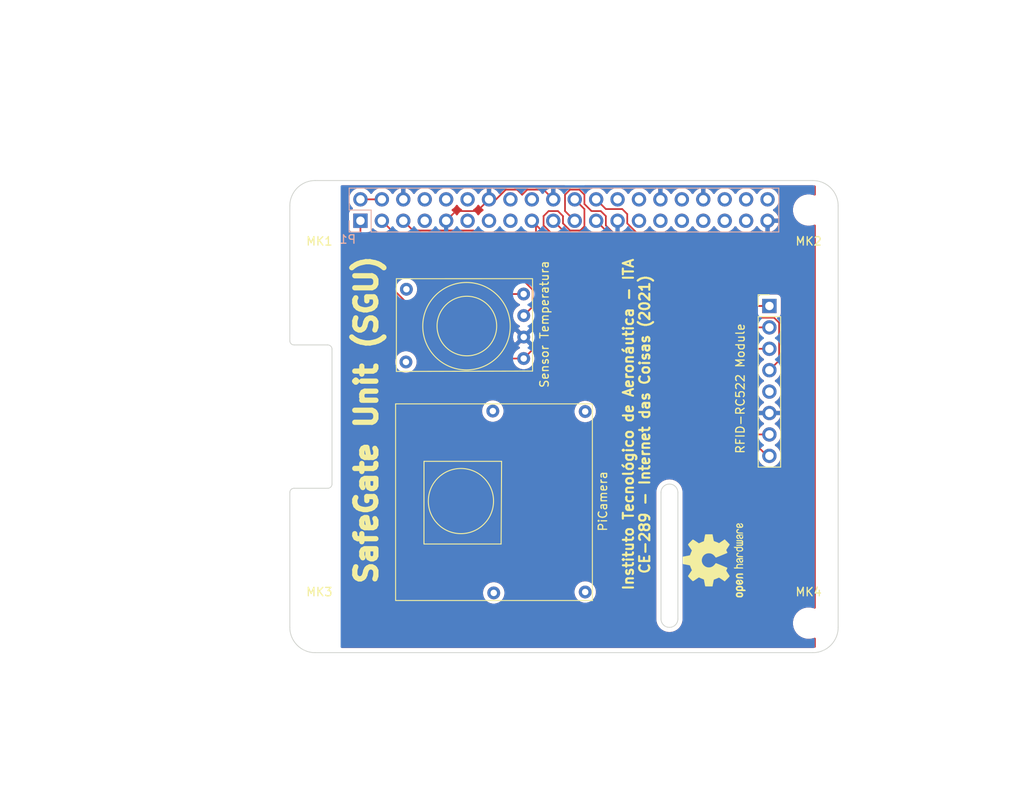
<source format=kicad_pcb>
(kicad_pcb (version 20171130) (host pcbnew "(5.1.7)-1")

  (general
    (thickness 1.6)
    (drawings 43)
    (tracks 64)
    (zones 0)
    (modules 9)
    (nets 11)
  )

  (page A3)
  (title_block
    (date "15 nov 2012")
  )

  (layers
    (0 F.Cu signal)
    (31 B.Cu signal)
    (32 B.Adhes user)
    (33 F.Adhes user)
    (34 B.Paste user)
    (35 F.Paste user)
    (36 B.SilkS user)
    (37 F.SilkS user)
    (38 B.Mask user)
    (39 F.Mask user)
    (40 Dwgs.User user)
    (41 Cmts.User user)
    (42 Eco1.User user)
    (43 Eco2.User user)
    (44 Edge.Cuts user)
  )

  (setup
    (last_trace_width 0.2)
    (trace_clearance 0.2)
    (zone_clearance 0.508)
    (zone_45_only no)
    (trace_min 0.1524)
    (via_size 0.9)
    (via_drill 0.6)
    (via_min_size 0.8)
    (via_min_drill 0.5)
    (uvia_size 0.5)
    (uvia_drill 0.1)
    (uvias_allowed no)
    (uvia_min_size 0.5)
    (uvia_min_drill 0.1)
    (edge_width 0.1)
    (segment_width 0.1)
    (pcb_text_width 0.3)
    (pcb_text_size 1 1)
    (mod_edge_width 0.15)
    (mod_text_size 1 1)
    (mod_text_width 0.15)
    (pad_size 1.7 1.7)
    (pad_drill 1)
    (pad_to_mask_clearance 0)
    (aux_axis_origin 200 150)
    (grid_origin 200 150)
    (visible_elements 7FFFFFFF)
    (pcbplotparams
      (layerselection 0x00030_80000001)
      (usegerberextensions true)
      (usegerberattributes false)
      (usegerberadvancedattributes false)
      (creategerberjobfile false)
      (excludeedgelayer true)
      (linewidth 0.150000)
      (plotframeref false)
      (viasonmask false)
      (mode 1)
      (useauxorigin false)
      (hpglpennumber 1)
      (hpglpenspeed 20)
      (hpglpendiameter 15.000000)
      (psnegative false)
      (psa4output false)
      (plotreference true)
      (plotvalue true)
      (plotinvisibletext false)
      (padsonsilk false)
      (subtractmaskfromsilk false)
      (outputformat 1)
      (mirror false)
      (drillshape 1)
      (scaleselection 1)
      (outputdirectory ""))
  )

  (net 0 "")
  (net 1 +3V3)
  (net 2 +5V)
  (net 3 GND)
  (net 4 "/GPIO2(SDA1)")
  (net 5 "/GPIO3(SCL1)")
  (net 6 "/GPIO25(GEN6)")
  (net 7 "/GPIO10(SPI0_MOSI)")
  (net 8 "/GPIO9(SPI0_MISO)")
  (net 9 "/GPIO11(SPI0_SCK)")
  (net 10 "/GPIO8(SPI0_CE_N)")

  (net_class Default "This is the default net class."
    (clearance 0.2)
    (trace_width 0.2)
    (via_dia 0.9)
    (via_drill 0.6)
    (uvia_dia 0.5)
    (uvia_drill 0.1)
    (add_net +3V3)
    (add_net +5V)
    (add_net "/GPIO10(SPI0_MOSI)")
    (add_net "/GPIO11(SPI0_SCK)")
    (add_net "/GPIO2(SDA1)")
    (add_net "/GPIO25(GEN6)")
    (add_net "/GPIO3(SCL1)")
    (add_net "/GPIO8(SPI0_CE_N)")
    (add_net "/GPIO9(SPI0_MISO)")
    (add_net GND)
  )

  (net_class Power ""
    (clearance 0.2)
    (trace_width 0.5)
    (via_dia 1)
    (via_drill 0.7)
    (uvia_dia 0.5)
    (uvia_drill 0.1)
  )

  (module Symbol:OSHW-Logo2_9.8x8mm_SilkScreen (layer F.Cu) (tedit 0) (tstamp 60D273A7)
    (at 250.3 139.05 90)
    (descr "Open Source Hardware Symbol")
    (tags "Logo Symbol OSHW")
    (attr virtual)
    (fp_text reference REF** (at 0 0 90) (layer F.SilkS) hide
      (effects (font (size 1 1) (thickness 0.15)))
    )
    (fp_text value OSHW-Logo2_9.8x8mm_SilkScreen (at 0.75 0 90) (layer F.Fab) hide
      (effects (font (size 1 1) (thickness 0.15)))
    )
    (fp_poly (pts (xy -3.231114 2.584505) (xy -3.156461 2.621727) (xy -3.090569 2.690261) (xy -3.072423 2.715648)
      (xy -3.052655 2.748866) (xy -3.039828 2.784945) (xy -3.03249 2.833098) (xy -3.029187 2.902536)
      (xy -3.028462 2.994206) (xy -3.031737 3.11983) (xy -3.043123 3.214154) (xy -3.064959 3.284523)
      (xy -3.099581 3.338286) (xy -3.14933 3.382788) (xy -3.152986 3.385423) (xy -3.202015 3.412377)
      (xy -3.261055 3.425712) (xy -3.336141 3.429) (xy -3.458205 3.429) (xy -3.458256 3.547497)
      (xy -3.459392 3.613492) (xy -3.466314 3.652202) (xy -3.484402 3.675419) (xy -3.519038 3.694933)
      (xy -3.527355 3.69892) (xy -3.56628 3.717603) (xy -3.596417 3.729403) (xy -3.618826 3.730422)
      (xy -3.634567 3.716761) (xy -3.644698 3.684522) (xy -3.650277 3.629804) (xy -3.652365 3.548711)
      (xy -3.652019 3.437344) (xy -3.6503 3.291802) (xy -3.649763 3.248269) (xy -3.647828 3.098205)
      (xy -3.646096 3.000042) (xy -3.458308 3.000042) (xy -3.457252 3.083364) (xy -3.452562 3.13788)
      (xy -3.441949 3.173837) (xy -3.423128 3.201482) (xy -3.41035 3.214965) (xy -3.35811 3.254417)
      (xy -3.311858 3.257628) (xy -3.264133 3.225049) (xy -3.262923 3.223846) (xy -3.243506 3.198668)
      (xy -3.231693 3.164447) (xy -3.225735 3.111748) (xy -3.22388 3.031131) (xy -3.223846 3.013271)
      (xy -3.22833 2.902175) (xy -3.242926 2.825161) (xy -3.26935 2.778147) (xy -3.309317 2.75705)
      (xy -3.332416 2.754923) (xy -3.387238 2.7649) (xy -3.424842 2.797752) (xy -3.447477 2.857857)
      (xy -3.457394 2.949598) (xy -3.458308 3.000042) (xy -3.646096 3.000042) (xy -3.645778 2.98206)
      (xy -3.643127 2.894679) (xy -3.639394 2.830905) (xy -3.634093 2.785582) (xy -3.626742 2.753555)
      (xy -3.616857 2.729668) (xy -3.603954 2.708764) (xy -3.598421 2.700898) (xy -3.525031 2.626595)
      (xy -3.43224 2.584467) (xy -3.324904 2.572722) (xy -3.231114 2.584505)) (layer F.SilkS) (width 0.01))
    (fp_poly (pts (xy -1.728336 2.595089) (xy -1.665633 2.631358) (xy -1.622039 2.667358) (xy -1.590155 2.705075)
      (xy -1.56819 2.751199) (xy -1.554351 2.812421) (xy -1.546847 2.895431) (xy -1.543883 3.006919)
      (xy -1.543539 3.087062) (xy -1.543539 3.382065) (xy -1.709615 3.456515) (xy -1.719385 3.133402)
      (xy -1.723421 3.012729) (xy -1.727656 2.925141) (xy -1.732903 2.86465) (xy -1.739975 2.825268)
      (xy -1.749689 2.801007) (xy -1.762856 2.78588) (xy -1.767081 2.782606) (xy -1.831091 2.757034)
      (xy -1.895792 2.767153) (xy -1.934308 2.794) (xy -1.949975 2.813024) (xy -1.96082 2.837988)
      (xy -1.967712 2.875834) (xy -1.971521 2.933502) (xy -1.973117 3.017935) (xy -1.973385 3.105928)
      (xy -1.973437 3.216323) (xy -1.975328 3.294463) (xy -1.981655 3.347165) (xy -1.995017 3.381242)
      (xy -2.018015 3.403511) (xy -2.053246 3.420787) (xy -2.100303 3.438738) (xy -2.151697 3.458278)
      (xy -2.145579 3.111485) (xy -2.143116 2.986468) (xy -2.140233 2.894082) (xy -2.136102 2.827881)
      (xy -2.129893 2.78142) (xy -2.120774 2.748256) (xy -2.107917 2.721944) (xy -2.092416 2.698729)
      (xy -2.017629 2.624569) (xy -1.926372 2.581684) (xy -1.827117 2.571412) (xy -1.728336 2.595089)) (layer F.SilkS) (width 0.01))
    (fp_poly (pts (xy -3.983114 2.587256) (xy -3.891536 2.635409) (xy -3.823951 2.712905) (xy -3.799943 2.762727)
      (xy -3.781262 2.837533) (xy -3.771699 2.932052) (xy -3.770792 3.03521) (xy -3.778079 3.135935)
      (xy -3.793097 3.223153) (xy -3.815385 3.285791) (xy -3.822235 3.296579) (xy -3.903368 3.377105)
      (xy -3.999734 3.425336) (xy -4.104299 3.43945) (xy -4.210032 3.417629) (xy -4.239457 3.404547)
      (xy -4.296759 3.364231) (xy -4.34705 3.310775) (xy -4.351803 3.303995) (xy -4.371122 3.271321)
      (xy -4.383892 3.236394) (xy -4.391436 3.190414) (xy -4.395076 3.124584) (xy -4.396135 3.030105)
      (xy -4.396154 3.008923) (xy -4.396106 3.002182) (xy -4.200769 3.002182) (xy -4.199632 3.091349)
      (xy -4.195159 3.15052) (xy -4.185754 3.188741) (xy -4.169824 3.215053) (xy -4.161692 3.223846)
      (xy -4.114942 3.257261) (xy -4.069553 3.255737) (xy -4.02366 3.226752) (xy -3.996288 3.195809)
      (xy -3.980077 3.150643) (xy -3.970974 3.07942) (xy -3.970349 3.071114) (xy -3.968796 2.942037)
      (xy -3.985035 2.846172) (xy -4.018848 2.784107) (xy -4.070016 2.756432) (xy -4.08828 2.754923)
      (xy -4.13624 2.762513) (xy -4.169047 2.788808) (xy -4.189105 2.839095) (xy -4.198822 2.918664)
      (xy -4.200769 3.002182) (xy -4.396106 3.002182) (xy -4.395426 2.908249) (xy -4.392371 2.837906)
      (xy -4.385678 2.789163) (xy -4.37404 2.753288) (xy -4.356147 2.721548) (xy -4.352192 2.715648)
      (xy -4.285733 2.636104) (xy -4.213315 2.589929) (xy -4.125151 2.571599) (xy -4.095213 2.570703)
      (xy -3.983114 2.587256)) (layer F.SilkS) (width 0.01))
    (fp_poly (pts (xy -2.465746 2.599745) (xy -2.388714 2.651567) (xy -2.329184 2.726412) (xy -2.293622 2.821654)
      (xy -2.286429 2.891756) (xy -2.287246 2.921009) (xy -2.294086 2.943407) (xy -2.312888 2.963474)
      (xy -2.349592 2.985733) (xy -2.410138 3.014709) (xy -2.500466 3.054927) (xy -2.500923 3.055129)
      (xy -2.584067 3.09321) (xy -2.652247 3.127025) (xy -2.698495 3.152933) (xy -2.715842 3.167295)
      (xy -2.715846 3.167411) (xy -2.700557 3.198685) (xy -2.664804 3.233157) (xy -2.623758 3.25799)
      (xy -2.602963 3.262923) (xy -2.54623 3.245862) (xy -2.497373 3.203133) (xy -2.473535 3.156155)
      (xy -2.450603 3.121522) (xy -2.405682 3.082081) (xy -2.352877 3.048009) (xy -2.30629 3.02948)
      (xy -2.296548 3.028462) (xy -2.285582 3.045215) (xy -2.284921 3.088039) (xy -2.29298 3.145781)
      (xy -2.308173 3.207289) (xy -2.328914 3.261409) (xy -2.329962 3.26351) (xy -2.392379 3.35066)
      (xy -2.473274 3.409939) (xy -2.565144 3.439034) (xy -2.660487 3.435634) (xy -2.751802 3.397428)
      (xy -2.755862 3.394741) (xy -2.827694 3.329642) (xy -2.874927 3.244705) (xy -2.901066 3.133021)
      (xy -2.904574 3.101643) (xy -2.910787 2.953536) (xy -2.903339 2.884468) (xy -2.715846 2.884468)
      (xy -2.71341 2.927552) (xy -2.700086 2.940126) (xy -2.666868 2.930719) (xy -2.614506 2.908483)
      (xy -2.555976 2.88061) (xy -2.554521 2.879872) (xy -2.504911 2.853777) (xy -2.485 2.836363)
      (xy -2.48991 2.818107) (xy -2.510584 2.79412) (xy -2.563181 2.759406) (xy -2.619823 2.756856)
      (xy -2.670631 2.782119) (xy -2.705724 2.830847) (xy -2.715846 2.884468) (xy -2.903339 2.884468)
      (xy -2.898008 2.835036) (xy -2.865222 2.741055) (xy -2.819579 2.675215) (xy -2.737198 2.608681)
      (xy -2.646454 2.575676) (xy -2.553815 2.573573) (xy -2.465746 2.599745)) (layer F.SilkS) (width 0.01))
    (fp_poly (pts (xy -0.840154 2.49212) (xy -0.834428 2.57198) (xy -0.827851 2.619039) (xy -0.818738 2.639566)
      (xy -0.805402 2.639829) (xy -0.801077 2.637378) (xy -0.743556 2.619636) (xy -0.668732 2.620672)
      (xy -0.592661 2.63891) (xy -0.545082 2.662505) (xy -0.496298 2.700198) (xy -0.460636 2.742855)
      (xy -0.436155 2.797057) (xy -0.420913 2.869384) (xy -0.41297 2.966419) (xy -0.410384 3.094742)
      (xy -0.410338 3.119358) (xy -0.410308 3.39587) (xy -0.471839 3.41732) (xy -0.515541 3.431912)
      (xy -0.539518 3.438706) (xy -0.540223 3.438769) (xy -0.542585 3.420345) (xy -0.544594 3.369526)
      (xy -0.546099 3.292993) (xy -0.546947 3.19743) (xy -0.547077 3.139329) (xy -0.547349 3.024771)
      (xy -0.548748 2.942667) (xy -0.552151 2.886393) (xy -0.558433 2.849326) (xy -0.568471 2.824844)
      (xy -0.583139 2.806325) (xy -0.592298 2.797406) (xy -0.655211 2.761466) (xy -0.723864 2.758775)
      (xy -0.786152 2.78917) (xy -0.797671 2.800144) (xy -0.814567 2.820779) (xy -0.826286 2.845256)
      (xy -0.833767 2.880647) (xy -0.837946 2.934026) (xy -0.839763 3.012466) (xy -0.840154 3.120617)
      (xy -0.840154 3.39587) (xy -0.901685 3.41732) (xy -0.945387 3.431912) (xy -0.969364 3.438706)
      (xy -0.97007 3.438769) (xy -0.971874 3.420069) (xy -0.9735 3.367322) (xy -0.974883 3.285557)
      (xy -0.975958 3.179805) (xy -0.97666 3.055094) (xy -0.976923 2.916455) (xy -0.976923 2.381806)
      (xy -0.849923 2.328236) (xy -0.840154 2.49212)) (layer F.SilkS) (width 0.01))
    (fp_poly (pts (xy 0.053501 2.626303) (xy 0.13006 2.654733) (xy 0.130936 2.655279) (xy 0.178285 2.690127)
      (xy 0.213241 2.730852) (xy 0.237825 2.783925) (xy 0.254062 2.855814) (xy 0.263975 2.952992)
      (xy 0.269586 3.081928) (xy 0.270077 3.100298) (xy 0.277141 3.377287) (xy 0.217695 3.408028)
      (xy 0.174681 3.428802) (xy 0.14871 3.438646) (xy 0.147509 3.438769) (xy 0.143014 3.420606)
      (xy 0.139444 3.371612) (xy 0.137248 3.300031) (xy 0.136769 3.242068) (xy 0.136758 3.14817)
      (xy 0.132466 3.089203) (xy 0.117503 3.061079) (xy 0.085482 3.059706) (xy 0.030014 3.080998)
      (xy -0.053731 3.120136) (xy -0.115311 3.152643) (xy -0.146983 3.180845) (xy -0.156294 3.211582)
      (xy -0.156308 3.213104) (xy -0.140943 3.266054) (xy -0.095453 3.29466) (xy -0.025834 3.298803)
      (xy 0.024313 3.298084) (xy 0.050754 3.312527) (xy 0.067243 3.347218) (xy 0.076733 3.391416)
      (xy 0.063057 3.416493) (xy 0.057907 3.420082) (xy 0.009425 3.434496) (xy -0.058469 3.436537)
      (xy -0.128388 3.426983) (xy -0.177932 3.409522) (xy -0.24643 3.351364) (xy -0.285366 3.270408)
      (xy -0.293077 3.20716) (xy -0.287193 3.150111) (xy -0.265899 3.103542) (xy -0.223735 3.062181)
      (xy -0.155241 3.020755) (xy -0.054956 2.973993) (xy -0.048846 2.97135) (xy 0.04149 2.929617)
      (xy 0.097235 2.895391) (xy 0.121129 2.864635) (xy 0.115913 2.833311) (xy 0.084328 2.797383)
      (xy 0.074883 2.789116) (xy 0.011617 2.757058) (xy -0.053936 2.758407) (xy -0.111028 2.789838)
      (xy -0.148907 2.848024) (xy -0.152426 2.859446) (xy -0.1867 2.914837) (xy -0.230191 2.941518)
      (xy -0.293077 2.96796) (xy -0.293077 2.899548) (xy -0.273948 2.80011) (xy -0.217169 2.708902)
      (xy -0.187622 2.678389) (xy -0.120458 2.639228) (xy -0.035044 2.6215) (xy 0.053501 2.626303)) (layer F.SilkS) (width 0.01))
    (fp_poly (pts (xy 0.713362 2.62467) (xy 0.802117 2.657421) (xy 0.874022 2.71535) (xy 0.902144 2.756128)
      (xy 0.932802 2.830954) (xy 0.932165 2.885058) (xy 0.899987 2.921446) (xy 0.888081 2.927633)
      (xy 0.836675 2.946925) (xy 0.810422 2.941982) (xy 0.80153 2.909587) (xy 0.801077 2.891692)
      (xy 0.784797 2.825859) (xy 0.742365 2.779807) (xy 0.683388 2.757564) (xy 0.617475 2.763161)
      (xy 0.563895 2.792229) (xy 0.545798 2.80881) (xy 0.532971 2.828925) (xy 0.524306 2.859332)
      (xy 0.518696 2.906788) (xy 0.515035 2.97805) (xy 0.512215 3.079875) (xy 0.511484 3.112115)
      (xy 0.50882 3.22241) (xy 0.505792 3.300036) (xy 0.50125 3.351396) (xy 0.494046 3.38289)
      (xy 0.483033 3.40092) (xy 0.46706 3.411888) (xy 0.456834 3.416733) (xy 0.413406 3.433301)
      (xy 0.387842 3.438769) (xy 0.379395 3.420507) (xy 0.374239 3.365296) (xy 0.372346 3.272499)
      (xy 0.373689 3.141478) (xy 0.374107 3.121269) (xy 0.377058 3.001733) (xy 0.380548 2.914449)
      (xy 0.385514 2.852591) (xy 0.392893 2.809336) (xy 0.403624 2.77786) (xy 0.418645 2.751339)
      (xy 0.426502 2.739975) (xy 0.471553 2.689692) (xy 0.52194 2.650581) (xy 0.528108 2.647167)
      (xy 0.618458 2.620212) (xy 0.713362 2.62467)) (layer F.SilkS) (width 0.01))
    (fp_poly (pts (xy 1.602081 2.780289) (xy 1.601833 2.92632) (xy 1.600872 3.038655) (xy 1.598794 3.122678)
      (xy 1.595193 3.183769) (xy 1.589665 3.227309) (xy 1.581804 3.258679) (xy 1.571207 3.283262)
      (xy 1.563182 3.297294) (xy 1.496728 3.373388) (xy 1.41247 3.421084) (xy 1.319249 3.438199)
      (xy 1.2259 3.422546) (xy 1.170312 3.394418) (xy 1.111957 3.34576) (xy 1.072186 3.286333)
      (xy 1.04819 3.208507) (xy 1.037161 3.104652) (xy 1.035599 3.028462) (xy 1.035809 3.022986)
      (xy 1.172308 3.022986) (xy 1.173141 3.110355) (xy 1.176961 3.168192) (xy 1.185746 3.206029)
      (xy 1.201474 3.233398) (xy 1.220266 3.254042) (xy 1.283375 3.29389) (xy 1.351137 3.297295)
      (xy 1.415179 3.264025) (xy 1.420164 3.259517) (xy 1.441439 3.236067) (xy 1.454779 3.208166)
      (xy 1.462001 3.166641) (xy 1.464923 3.102316) (xy 1.465385 3.0312) (xy 1.464383 2.941858)
      (xy 1.460238 2.882258) (xy 1.451236 2.843089) (xy 1.435667 2.81504) (xy 1.422902 2.800144)
      (xy 1.3636 2.762575) (xy 1.295301 2.758057) (xy 1.23011 2.786753) (xy 1.217528 2.797406)
      (xy 1.196111 2.821063) (xy 1.182744 2.849251) (xy 1.175566 2.891245) (xy 1.172719 2.956319)
      (xy 1.172308 3.022986) (xy 1.035809 3.022986) (xy 1.040322 2.905765) (xy 1.056362 2.813577)
      (xy 1.086528 2.744269) (xy 1.133629 2.690211) (xy 1.170312 2.662505) (xy 1.23699 2.632572)
      (xy 1.314272 2.618678) (xy 1.38611 2.622397) (xy 1.426308 2.6374) (xy 1.442082 2.64167)
      (xy 1.45255 2.62575) (xy 1.459856 2.583089) (xy 1.465385 2.518106) (xy 1.471437 2.445732)
      (xy 1.479844 2.402187) (xy 1.495141 2.377287) (xy 1.521864 2.360845) (xy 1.538654 2.353564)
      (xy 1.602154 2.326963) (xy 1.602081 2.780289)) (layer F.SilkS) (width 0.01))
    (fp_poly (pts (xy 2.395929 2.636662) (xy 2.398911 2.688068) (xy 2.401247 2.766192) (xy 2.402749 2.864857)
      (xy 2.403231 2.968343) (xy 2.403231 3.318533) (xy 2.341401 3.380363) (xy 2.298793 3.418462)
      (xy 2.26139 3.433895) (xy 2.21027 3.432918) (xy 2.189978 3.430433) (xy 2.126554 3.4232)
      (xy 2.074095 3.419055) (xy 2.061308 3.418672) (xy 2.018199 3.421176) (xy 1.956544 3.427462)
      (xy 1.932638 3.430433) (xy 1.873922 3.435028) (xy 1.834464 3.425046) (xy 1.795338 3.394228)
      (xy 1.781215 3.380363) (xy 1.719385 3.318533) (xy 1.719385 2.663503) (xy 1.76915 2.640829)
      (xy 1.812002 2.624034) (xy 1.837073 2.618154) (xy 1.843501 2.636736) (xy 1.849509 2.688655)
      (xy 1.854697 2.768172) (xy 1.858664 2.869546) (xy 1.860577 2.955192) (xy 1.865923 3.292231)
      (xy 1.91256 3.298825) (xy 1.954976 3.294214) (xy 1.97576 3.279287) (xy 1.98157 3.251377)
      (xy 1.98653 3.191925) (xy 1.990246 3.108466) (xy 1.992324 3.008532) (xy 1.992624 2.957104)
      (xy 1.992923 2.661054) (xy 2.054454 2.639604) (xy 2.098004 2.62502) (xy 2.121694 2.618219)
      (xy 2.122377 2.618154) (xy 2.124754 2.636642) (xy 2.127366 2.687906) (xy 2.129995 2.765649)
      (xy 2.132421 2.863574) (xy 2.134115 2.955192) (xy 2.139461 3.292231) (xy 2.256692 3.292231)
      (xy 2.262072 2.984746) (xy 2.267451 2.677261) (xy 2.324601 2.647707) (xy 2.366797 2.627413)
      (xy 2.39177 2.618204) (xy 2.392491 2.618154) (xy 2.395929 2.636662)) (layer F.SilkS) (width 0.01))
    (fp_poly (pts (xy 2.887333 2.633528) (xy 2.94359 2.659117) (xy 2.987747 2.690124) (xy 3.020101 2.724795)
      (xy 3.042438 2.76952) (xy 3.056546 2.830692) (xy 3.064211 2.914701) (xy 3.06722 3.02794)
      (xy 3.067538 3.102509) (xy 3.067538 3.39342) (xy 3.017773 3.416095) (xy 2.978576 3.432667)
      (xy 2.959157 3.438769) (xy 2.955442 3.42061) (xy 2.952495 3.371648) (xy 2.950691 3.300153)
      (xy 2.950308 3.243385) (xy 2.948661 3.161371) (xy 2.944222 3.096309) (xy 2.93774 3.056467)
      (xy 2.93259 3.048) (xy 2.897977 3.056646) (xy 2.84364 3.078823) (xy 2.780722 3.108886)
      (xy 2.720368 3.141192) (xy 2.673721 3.170098) (xy 2.651926 3.189961) (xy 2.651839 3.190175)
      (xy 2.653714 3.226935) (xy 2.670525 3.262026) (xy 2.700039 3.290528) (xy 2.743116 3.300061)
      (xy 2.779932 3.29895) (xy 2.832074 3.298133) (xy 2.859444 3.310349) (xy 2.875882 3.342624)
      (xy 2.877955 3.34871) (xy 2.885081 3.394739) (xy 2.866024 3.422687) (xy 2.816353 3.436007)
      (xy 2.762697 3.43847) (xy 2.666142 3.42021) (xy 2.616159 3.394131) (xy 2.554429 3.332868)
      (xy 2.52169 3.25767) (xy 2.518753 3.178211) (xy 2.546424 3.104167) (xy 2.588047 3.057769)
      (xy 2.629604 3.031793) (xy 2.694922 2.998907) (xy 2.771038 2.965557) (xy 2.783726 2.960461)
      (xy 2.867333 2.923565) (xy 2.91553 2.891046) (xy 2.93103 2.858718) (xy 2.91655 2.822394)
      (xy 2.891692 2.794) (xy 2.832939 2.759039) (xy 2.768293 2.756417) (xy 2.709008 2.783358)
      (xy 2.666339 2.837088) (xy 2.660739 2.85095) (xy 2.628133 2.901936) (xy 2.58053 2.939787)
      (xy 2.520461 2.97085) (xy 2.520461 2.882768) (xy 2.523997 2.828951) (xy 2.539156 2.786534)
      (xy 2.572768 2.741279) (xy 2.605035 2.70642) (xy 2.655209 2.657062) (xy 2.694193 2.630547)
      (xy 2.736064 2.619911) (xy 2.78346 2.618154) (xy 2.887333 2.633528)) (layer F.SilkS) (width 0.01))
    (fp_poly (pts (xy 3.570807 2.636782) (xy 3.594161 2.646988) (xy 3.649902 2.691134) (xy 3.697569 2.754967)
      (xy 3.727048 2.823087) (xy 3.731846 2.85667) (xy 3.71576 2.903556) (xy 3.680475 2.928365)
      (xy 3.642644 2.943387) (xy 3.625321 2.946155) (xy 3.616886 2.926066) (xy 3.60023 2.882351)
      (xy 3.592923 2.862598) (xy 3.551948 2.794271) (xy 3.492622 2.760191) (xy 3.416552 2.761239)
      (xy 3.410918 2.762581) (xy 3.370305 2.781836) (xy 3.340448 2.819375) (xy 3.320055 2.879809)
      (xy 3.307836 2.967751) (xy 3.3025 3.087813) (xy 3.302 3.151698) (xy 3.301752 3.252403)
      (xy 3.300126 3.321054) (xy 3.295801 3.364673) (xy 3.287454 3.390282) (xy 3.273765 3.404903)
      (xy 3.253411 3.415558) (xy 3.252234 3.416095) (xy 3.213038 3.432667) (xy 3.193619 3.438769)
      (xy 3.190635 3.420319) (xy 3.188081 3.369323) (xy 3.18614 3.292308) (xy 3.184997 3.195805)
      (xy 3.184769 3.125184) (xy 3.185932 2.988525) (xy 3.190479 2.884851) (xy 3.199999 2.808108)
      (xy 3.216081 2.752246) (xy 3.240313 2.711212) (xy 3.274286 2.678954) (xy 3.307833 2.65644)
      (xy 3.388499 2.626476) (xy 3.482381 2.619718) (xy 3.570807 2.636782)) (layer F.SilkS) (width 0.01))
    (fp_poly (pts (xy 4.245224 2.647838) (xy 4.322528 2.698361) (xy 4.359814 2.74359) (xy 4.389353 2.825663)
      (xy 4.391699 2.890607) (xy 4.386385 2.977445) (xy 4.186115 3.065103) (xy 4.088739 3.109887)
      (xy 4.025113 3.145913) (xy 3.992029 3.177117) (xy 3.98628 3.207436) (xy 4.004658 3.240805)
      (xy 4.024923 3.262923) (xy 4.083889 3.298393) (xy 4.148024 3.300879) (xy 4.206926 3.273235)
      (xy 4.250197 3.21832) (xy 4.257936 3.198928) (xy 4.295006 3.138364) (xy 4.337654 3.112552)
      (xy 4.396154 3.090471) (xy 4.396154 3.174184) (xy 4.390982 3.23115) (xy 4.370723 3.279189)
      (xy 4.328262 3.334346) (xy 4.321951 3.341514) (xy 4.27472 3.390585) (xy 4.234121 3.41692)
      (xy 4.183328 3.429035) (xy 4.14122 3.433003) (xy 4.065902 3.433991) (xy 4.012286 3.421466)
      (xy 3.978838 3.402869) (xy 3.926268 3.361975) (xy 3.889879 3.317748) (xy 3.86685 3.262126)
      (xy 3.854359 3.187047) (xy 3.849587 3.084449) (xy 3.849206 3.032376) (xy 3.850501 2.969948)
      (xy 3.968471 2.969948) (xy 3.969839 3.003438) (xy 3.973249 3.008923) (xy 3.995753 3.001472)
      (xy 4.044182 2.981753) (xy 4.108908 2.953718) (xy 4.122443 2.947692) (xy 4.204244 2.906096)
      (xy 4.249312 2.869538) (xy 4.259217 2.835296) (xy 4.235526 2.800648) (xy 4.21596 2.785339)
      (xy 4.14536 2.754721) (xy 4.07928 2.75978) (xy 4.023959 2.797151) (xy 3.985636 2.863473)
      (xy 3.973349 2.916116) (xy 3.968471 2.969948) (xy 3.850501 2.969948) (xy 3.85173 2.91072)
      (xy 3.861032 2.82071) (xy 3.87946 2.755167) (xy 3.90936 2.706912) (xy 3.95308 2.668767)
      (xy 3.972141 2.65644) (xy 4.058726 2.624336) (xy 4.153522 2.622316) (xy 4.245224 2.647838)) (layer F.SilkS) (width 0.01))
    (fp_poly (pts (xy 0.139878 -3.712224) (xy 0.245612 -3.711645) (xy 0.322132 -3.710078) (xy 0.374372 -3.707028)
      (xy 0.407263 -3.702004) (xy 0.425737 -3.694511) (xy 0.434727 -3.684056) (xy 0.439163 -3.670147)
      (xy 0.439594 -3.668346) (xy 0.446333 -3.635855) (xy 0.458808 -3.571748) (xy 0.475719 -3.482849)
      (xy 0.495771 -3.375981) (xy 0.517664 -3.257967) (xy 0.518429 -3.253822) (xy 0.540359 -3.138169)
      (xy 0.560877 -3.035986) (xy 0.578659 -2.953402) (xy 0.592381 -2.896544) (xy 0.600718 -2.871542)
      (xy 0.601116 -2.871099) (xy 0.625677 -2.85889) (xy 0.676315 -2.838544) (xy 0.742095 -2.814455)
      (xy 0.742461 -2.814326) (xy 0.825317 -2.783182) (xy 0.923 -2.743509) (xy 1.015077 -2.703619)
      (xy 1.019434 -2.701647) (xy 1.169407 -2.63358) (xy 1.501498 -2.860361) (xy 1.603374 -2.929496)
      (xy 1.695657 -2.991303) (xy 1.773003 -3.042267) (xy 1.830064 -3.078873) (xy 1.861495 -3.097606)
      (xy 1.864479 -3.098996) (xy 1.887321 -3.09281) (xy 1.929982 -3.062965) (xy 1.994128 -3.008053)
      (xy 2.081421 -2.926666) (xy 2.170535 -2.840078) (xy 2.256441 -2.754753) (xy 2.333327 -2.676892)
      (xy 2.396564 -2.611303) (xy 2.441523 -2.562795) (xy 2.463576 -2.536175) (xy 2.464396 -2.534805)
      (xy 2.466834 -2.516537) (xy 2.45765 -2.486705) (xy 2.434574 -2.441279) (xy 2.395337 -2.37623)
      (xy 2.33767 -2.28753) (xy 2.260795 -2.173343) (xy 2.19257 -2.072838) (xy 2.131582 -1.982697)
      (xy 2.081356 -1.908151) (xy 2.045416 -1.854435) (xy 2.027287 -1.826782) (xy 2.026146 -1.824905)
      (xy 2.028359 -1.79841) (xy 2.045138 -1.746914) (xy 2.073142 -1.680149) (xy 2.083122 -1.658828)
      (xy 2.126672 -1.563841) (xy 2.173134 -1.456063) (xy 2.210877 -1.362808) (xy 2.238073 -1.293594)
      (xy 2.259675 -1.240994) (xy 2.272158 -1.213503) (xy 2.273709 -1.211384) (xy 2.296668 -1.207876)
      (xy 2.350786 -1.198262) (xy 2.428868 -1.183911) (xy 2.523719 -1.166193) (xy 2.628143 -1.146475)
      (xy 2.734944 -1.126126) (xy 2.836926 -1.106514) (xy 2.926894 -1.089009) (xy 2.997653 -1.074978)
      (xy 3.042006 -1.065791) (xy 3.052885 -1.063193) (xy 3.064122 -1.056782) (xy 3.072605 -1.042303)
      (xy 3.078714 -1.014867) (xy 3.082832 -0.969589) (xy 3.085341 -0.90158) (xy 3.086621 -0.805953)
      (xy 3.087054 -0.67782) (xy 3.087077 -0.625299) (xy 3.087077 -0.198155) (xy 2.9845 -0.177909)
      (xy 2.927431 -0.16693) (xy 2.842269 -0.150905) (xy 2.739372 -0.131767) (xy 2.629096 -0.111449)
      (xy 2.598615 -0.105868) (xy 2.496855 -0.086083) (xy 2.408205 -0.066627) (xy 2.340108 -0.049303)
      (xy 2.300004 -0.035912) (xy 2.293323 -0.031921) (xy 2.276919 -0.003658) (xy 2.253399 0.051109)
      (xy 2.227316 0.121588) (xy 2.222142 0.136769) (xy 2.187956 0.230896) (xy 2.145523 0.337101)
      (xy 2.103997 0.432473) (xy 2.103792 0.432916) (xy 2.03464 0.582525) (xy 2.489512 1.251617)
      (xy 2.1975 1.544116) (xy 2.10918 1.63117) (xy 2.028625 1.707909) (xy 1.96036 1.770237)
      (xy 1.908908 1.814056) (xy 1.878794 1.83527) (xy 1.874474 1.836616) (xy 1.849111 1.826016)
      (xy 1.797358 1.796547) (xy 1.724868 1.751705) (xy 1.637294 1.694984) (xy 1.542612 1.631462)
      (xy 1.446516 1.566668) (xy 1.360837 1.510287) (xy 1.291016 1.465788) (xy 1.242494 1.436639)
      (xy 1.220782 1.426308) (xy 1.194293 1.43505) (xy 1.144062 1.458087) (xy 1.080451 1.490631)
      (xy 1.073708 1.494249) (xy 0.988046 1.53721) (xy 0.929306 1.558279) (xy 0.892772 1.558503)
      (xy 0.873731 1.538928) (xy 0.87362 1.538654) (xy 0.864102 1.515472) (xy 0.841403 1.460441)
      (xy 0.807282 1.377822) (xy 0.7635 1.271872) (xy 0.711816 1.146852) (xy 0.653992 1.00702)
      (xy 0.597991 0.871637) (xy 0.536447 0.722234) (xy 0.479939 0.583832) (xy 0.430161 0.460673)
      (xy 0.388806 0.357002) (xy 0.357568 0.277059) (xy 0.338141 0.225088) (xy 0.332154 0.205692)
      (xy 0.347168 0.183443) (xy 0.386439 0.147982) (xy 0.438807 0.108887) (xy 0.587941 -0.014755)
      (xy 0.704511 -0.156478) (xy 0.787118 -0.313296) (xy 0.834366 -0.482225) (xy 0.844857 -0.660278)
      (xy 0.837231 -0.742461) (xy 0.795682 -0.912969) (xy 0.724123 -1.063541) (xy 0.626995 -1.192691)
      (xy 0.508734 -1.298936) (xy 0.37378 -1.38079) (xy 0.226571 -1.436768) (xy 0.071544 -1.465385)
      (xy -0.086861 -1.465156) (xy -0.244206 -1.434595) (xy -0.396054 -1.372218) (xy -0.537965 -1.27654)
      (xy -0.597197 -1.222428) (xy -0.710797 -1.08348) (xy -0.789894 -0.931639) (xy -0.835014 -0.771333)
      (xy -0.846684 -0.606988) (xy -0.825431 -0.443029) (xy -0.77178 -0.283882) (xy -0.68626 -0.133975)
      (xy -0.569395 0.002267) (xy -0.438807 0.108887) (xy -0.384412 0.149642) (xy -0.345986 0.184718)
      (xy -0.332154 0.205726) (xy -0.339397 0.228635) (xy -0.359995 0.283365) (xy -0.392254 0.365672)
      (xy -0.434479 0.471315) (xy -0.484977 0.59605) (xy -0.542052 0.735636) (xy -0.598146 0.87167)
      (xy -0.660033 1.021201) (xy -0.717356 1.159767) (xy -0.768356 1.283107) (xy -0.811273 1.386964)
      (xy -0.844347 1.46708) (xy -0.865819 1.519195) (xy -0.873775 1.538654) (xy -0.892571 1.558423)
      (xy -0.928926 1.558365) (xy -0.987521 1.537441) (xy -1.073032 1.494613) (xy -1.073708 1.494249)
      (xy -1.138093 1.461012) (xy -1.190139 1.436802) (xy -1.219488 1.426404) (xy -1.220783 1.426308)
      (xy -1.242876 1.436855) (xy -1.291652 1.466184) (xy -1.361669 1.510827) (xy -1.447486 1.567314)
      (xy -1.542612 1.631462) (xy -1.63946 1.696411) (xy -1.726747 1.752896) (xy -1.798819 1.797421)
      (xy -1.850023 1.82649) (xy -1.874474 1.836616) (xy -1.89699 1.823307) (xy -1.942258 1.786112)
      (xy -2.005756 1.729128) (xy -2.082961 1.656449) (xy -2.169349 1.572171) (xy -2.197601 1.544016)
      (xy -2.489713 1.251416) (xy -2.267369 0.925104) (xy -2.199798 0.824897) (xy -2.140493 0.734963)
      (xy -2.092783 0.66051) (xy -2.059993 0.606751) (xy -2.045452 0.578894) (xy -2.045026 0.576912)
      (xy -2.052692 0.550655) (xy -2.073311 0.497837) (xy -2.103315 0.42731) (xy -2.124375 0.380093)
      (xy -2.163752 0.289694) (xy -2.200835 0.198366) (xy -2.229585 0.1212) (xy -2.237395 0.097692)
      (xy -2.259583 0.034916) (xy -2.281273 -0.013589) (xy -2.293187 -0.031921) (xy -2.319477 -0.043141)
      (xy -2.376858 -0.059046) (xy -2.457882 -0.077833) (xy -2.555105 -0.097701) (xy -2.598615 -0.105868)
      (xy -2.709104 -0.126171) (xy -2.815084 -0.14583) (xy -2.906199 -0.162912) (xy -2.972092 -0.175482)
      (xy -2.9845 -0.177909) (xy -3.087077 -0.198155) (xy -3.087077 -0.625299) (xy -3.086847 -0.765754)
      (xy -3.085901 -0.872021) (xy -3.083859 -0.948987) (xy -3.080338 -1.00154) (xy -3.074957 -1.034567)
      (xy -3.067334 -1.052955) (xy -3.057088 -1.061592) (xy -3.052885 -1.063193) (xy -3.02753 -1.068873)
      (xy -2.971516 -1.080205) (xy -2.892036 -1.095821) (xy -2.796288 -1.114353) (xy -2.691467 -1.134431)
      (xy -2.584768 -1.154688) (xy -2.483387 -1.173754) (xy -2.394521 -1.190261) (xy -2.325363 -1.202841)
      (xy -2.283111 -1.210125) (xy -2.27371 -1.211384) (xy -2.265193 -1.228237) (xy -2.24634 -1.27313)
      (xy -2.220676 -1.33757) (xy -2.210877 -1.362808) (xy -2.171352 -1.460314) (xy -2.124808 -1.568041)
      (xy -2.083123 -1.658828) (xy -2.05245 -1.728247) (xy -2.032044 -1.78529) (xy -2.025232 -1.820223)
      (xy -2.026318 -1.824905) (xy -2.040715 -1.847009) (xy -2.073588 -1.896169) (xy -2.12141 -1.967152)
      (xy -2.180652 -2.054722) (xy -2.247785 -2.153643) (xy -2.261059 -2.17317) (xy -2.338954 -2.28886)
      (xy -2.396213 -2.376956) (xy -2.435119 -2.441514) (xy -2.457956 -2.486589) (xy -2.467006 -2.516237)
      (xy -2.464552 -2.534515) (xy -2.464489 -2.534631) (xy -2.445173 -2.558639) (xy -2.402449 -2.605053)
      (xy -2.340949 -2.669063) (xy -2.265302 -2.745855) (xy -2.180139 -2.830618) (xy -2.170535 -2.840078)
      (xy -2.06321 -2.944011) (xy -1.980385 -3.020325) (xy -1.920395 -3.070429) (xy -1.881577 -3.09573)
      (xy -1.86448 -3.098996) (xy -1.839527 -3.08475) (xy -1.787745 -3.051844) (xy -1.71448 -3.003792)
      (xy -1.62508 -2.94411) (xy -1.524889 -2.876312) (xy -1.501499 -2.860361) (xy -1.169407 -2.63358)
      (xy -1.019435 -2.701647) (xy -0.92823 -2.741315) (xy -0.830331 -2.781209) (xy -0.746169 -2.813017)
      (xy -0.742462 -2.814326) (xy -0.676631 -2.838424) (xy -0.625884 -2.8588) (xy -0.601158 -2.871064)
      (xy -0.601116 -2.871099) (xy -0.593271 -2.893266) (xy -0.579934 -2.947783) (xy -0.56243 -3.02852)
      (xy -0.542083 -3.12935) (xy -0.520218 -3.244144) (xy -0.518429 -3.253822) (xy -0.496496 -3.372096)
      (xy -0.47636 -3.479458) (xy -0.45932 -3.569083) (xy -0.446672 -3.634149) (xy -0.439716 -3.667832)
      (xy -0.439594 -3.668346) (xy -0.435361 -3.682675) (xy -0.427129 -3.693493) (xy -0.409967 -3.701294)
      (xy -0.378942 -3.706571) (xy -0.329122 -3.709818) (xy -0.255576 -3.711528) (xy -0.153371 -3.712193)
      (xy -0.017575 -3.712307) (xy 0 -3.712308) (xy 0.139878 -3.712224)) (layer F.SilkS) (width 0.01))
  )

  (module Connector_PinHeader_2.54mm:PinHeader_1x08_P2.54mm_Vertical (layer F.Cu) (tedit 59FED5CC) (tstamp 60D25071)
    (at 256.85 108.875)
    (descr "Through hole straight pin header, 1x08, 2.54mm pitch, single row")
    (tags "Through hole pin header THT 1x08 2.54mm single row")
    (path /60D2F015)
    (fp_text reference "RFID-RC522 Module" (at -3.45 9.8 90) (layer F.SilkS)
      (effects (font (size 1 1) (thickness 0.15)))
    )
    (fp_text value RFID-RC522-MODULE (at 0 20.11) (layer F.Fab)
      (effects (font (size 1 1) (thickness 0.15)))
    )
    (fp_text user %R (at 0 8.89 90) (layer F.Fab)
      (effects (font (size 1 1) (thickness 0.15)))
    )
    (fp_line (start -0.635 -1.27) (end 1.27 -1.27) (layer F.Fab) (width 0.1))
    (fp_line (start 1.27 -1.27) (end 1.27 19.05) (layer F.Fab) (width 0.1))
    (fp_line (start 1.27 19.05) (end -1.27 19.05) (layer F.Fab) (width 0.1))
    (fp_line (start -1.27 19.05) (end -1.27 -0.635) (layer F.Fab) (width 0.1))
    (fp_line (start -1.27 -0.635) (end -0.635 -1.27) (layer F.Fab) (width 0.1))
    (fp_line (start -1.33 19.11) (end 1.33 19.11) (layer F.SilkS) (width 0.12))
    (fp_line (start -1.33 1.27) (end -1.33 19.11) (layer F.SilkS) (width 0.12))
    (fp_line (start 1.33 1.27) (end 1.33 19.11) (layer F.SilkS) (width 0.12))
    (fp_line (start -1.33 1.27) (end 1.33 1.27) (layer F.SilkS) (width 0.12))
    (fp_line (start -1.33 0) (end -1.33 -1.33) (layer F.SilkS) (width 0.12))
    (fp_line (start -1.33 -1.33) (end 0 -1.33) (layer F.SilkS) (width 0.12))
    (fp_line (start -1.8 -1.8) (end -1.8 19.55) (layer F.CrtYd) (width 0.05))
    (fp_line (start -1.8 19.55) (end 1.8 19.55) (layer F.CrtYd) (width 0.05))
    (fp_line (start 1.8 19.55) (end 1.8 -1.8) (layer F.CrtYd) (width 0.05))
    (fp_line (start 1.8 -1.8) (end -1.8 -1.8) (layer F.CrtYd) (width 0.05))
    (pad 8 thru_hole oval (at 0 17.78) (size 1.7 1.7) (drill 1) (layers *.Cu *.Mask)
      (net 1 +3V3))
    (pad 7 thru_hole oval (at 0 15.24) (size 1.7 1.7) (drill 1) (layers *.Cu *.Mask)
      (net 6 "/GPIO25(GEN6)"))
    (pad 6 thru_hole oval (at 0 12.7) (size 1.7 1.7) (drill 1) (layers *.Cu *.Mask)
      (net 3 GND))
    (pad 5 thru_hole oval (at 0 10.16) (size 1.7 1.7) (drill 1) (layers *.Cu *.Mask))
    (pad 4 thru_hole oval (at 0 7.62) (size 1.7 1.7) (drill 1) (layers *.Cu *.Mask)
      (net 8 "/GPIO9(SPI0_MISO)"))
    (pad 3 thru_hole oval (at 0 5.08) (size 1.7 1.7) (drill 1) (layers *.Cu *.Mask)
      (net 7 "/GPIO10(SPI0_MOSI)"))
    (pad 2 thru_hole oval (at 0 2.54) (size 1.7 1.7) (drill 1) (layers *.Cu *.Mask)
      (net 9 "/GPIO11(SPI0_SCK)"))
    (pad 1 thru_hole rect (at 0 0) (size 1.7 1.7) (drill 1) (layers *.Cu *.Mask)
      (net 10 "/GPIO8(SPI0_CE_N)"))
    (model ${KIPRJMOD}/Components/RFID.STEP
      (offset (xyz 28.5 -13 -59))
      (scale (xyz 1 1 1))
      (rotate (xyz 0 0 -90))
    )
  )

  (module MLX90614ESF-AAA-000-TU:PiCamera (layer F.Cu) (tedit 60D1EE78) (tstamp 60D24FDB)
    (at 224.15894 132.04944 90)
    (path /60D4D46C)
    (fp_text reference PiCamera (at -0.00056 12.94106 90) (layer F.SilkS)
      (effects (font (size 1 1) (thickness 0.15)))
    )
    (fp_text value Camera_Lens (at -0.02286 10.79754 90) (layer F.Fab)
      (effects (font (size 1 1) (thickness 0.15)))
    )
    (fp_line (start -11.76274 -11.56462) (end -11.76274 11.73226) (layer F.SilkS) (width 0.12))
    (fp_line (start -11.76274 -11.6205) (end 11.53414 -11.6205) (layer F.SilkS) (width 0.12))
    (fp_line (start -11.76274 11.70432) (end 11.53414 11.70432) (layer F.SilkS) (width 0.12))
    (fp_line (start 11.55954 11.67384) (end 11.55954 -11.62304) (layer F.SilkS) (width 0.12))
    (fp_circle (center 0.03302 -3.87604) (end -3.03276 -6.23062) (layer F.SilkS) (width 0.12))
    (fp_line (start -5.04698 -8.26008) (end 4.74218 -8.255) (layer F.SilkS) (width 0.12))
    (fp_line (start 4.74218 -8.255) (end 4.74218 0.94234) (layer F.SilkS) (width 0.12))
    (fp_line (start 4.74218 0.94234) (end -5.05968 0.889) (layer F.SilkS) (width 0.12))
    (fp_line (start -5.05968 0.889) (end -5.05968 -8.255) (layer F.SilkS) (width 0.12))
    (pad 4 thru_hole circle (at -10.86358 0.0127 90) (size 1.524 1.524) (drill 0.762) (layers *.Cu *.Mask))
    (pad 3 thru_hole circle (at 10.70864 -0.09652 90) (size 1.524 1.524) (drill 0.762) (layers *.Cu *.Mask))
    (pad 2 thru_hole circle (at 10.6553 10.85342 90) (size 1.524 1.524) (drill 0.762) (layers *.Cu *.Mask))
    (pad 1 thru_hole circle (at -10.75436 10.85342 90) (size 1.524 1.524) (drill 0.762) (layers *.Cu *.Mask))
    (model ${KIPRJMOD}/Components/Innomaker_OV9281.stp
      (at (xyz 0 0 0))
      (scale (xyz 0.6 0.6 0.6))
      (rotate (xyz -90 0 0))
    )
  )

  (module MLX90614ESF-AAA-000-TU:MLX90614_Shield (layer F.Cu) (tedit 60D1F036) (tstamp 60D24F92)
    (at 220.925 111.275 270)
    (path /60D217E9)
    (fp_text reference "Sensor Temperatura" (at -0.225 -9.25 90) (layer F.SilkS)
      (effects (font (size 1 1) (thickness 0.15)))
    )
    (fp_text value MLX90614ESF-AAA-000-TU (at 0 -0.5 90) (layer F.Fab)
      (effects (font (size 1 1) (thickness 0.15)))
    )
    (fp_circle (center 0 -0.01778) (end -2.56794 -4.52374) (layer F.SilkS) (width 0.12))
    (fp_circle (center -0.01813 -0.06096) (end 3.17465 1.45288) (layer F.SilkS) (width 0.12))
    (fp_line (start 5.32384 -7.8486) (end -5.61086 -7.8486) (layer F.SilkS) (width 0.12))
    (fp_line (start 5.36702 8.29564) (end 5.32384 -7.8486) (layer F.SilkS) (width 0.12))
    (fp_line (start -5.63372 8.29564) (end 5.36702 8.29564) (layer F.SilkS) (width 0.12))
    (fp_line (start -5.6388 -7.84352) (end -5.63372 8.29564) (layer F.SilkS) (width 0.12))
    (pad "" thru_hole circle (at -4.38404 7.10692 270) (size 1.524 1.524) (drill 0.762) (layers *.Cu *.Mask))
    (pad "" thru_hole circle (at 4.24434 7.1628 270) (size 1.524 1.524) (drill 0.762) (layers *.Cu *.Mask))
    (pad 1 thru_hole circle (at -3.81508 -6.79196 270) (size 1.524 1.524) (drill 0.762) (layers *.Cu *.Mask)
      (net 4 "/GPIO2(SDA1)"))
    (pad SCL thru_hole circle (at -1.25984 -6.80466 270) (size 1.524 1.524) (drill 0.762) (layers *.Cu *.Mask)
      (net 5 "/GPIO3(SCL1)"))
    (pad GND thru_hole circle (at 1.28778 -6.80466 270) (size 1.524 1.524) (drill 0.762) (layers *.Cu *.Mask)
      (net 3 GND))
    (pad VIN thru_hole circle (at 3.8354 -6.79958 270) (size 1.524 1.524) (drill 0.762) (layers *.Cu *.Mask)
      (net 1 +3V3))
    (model ${KIPRJMOD}/Components/MLX90614ESF-AAA-000-TU/MLX90614ESF-AAA-000-TU.step
      (at (xyz 0 0 0))
      (scale (xyz 1 1 1))
      (rotate (xyz -90 0 135))
    )
  )

  (module Connector_PinSocket_2.54mm:PinSocket_2x20_P2.54mm_Vertical (layer B.Cu) (tedit 60D1F06C) (tstamp 5A793E9F)
    (at 208.37 98.77 270)
    (descr "Through hole straight socket strip, 2x20, 2.54mm pitch, double cols (from Kicad 4.0.7), script generated")
    (tags "Through hole socket strip THT 2x20 2.54mm double row")
    (path /59AD464A)
    (fp_text reference P1 (at 2.208 1.512) (layer B.SilkS)
      (effects (font (size 1 1) (thickness 0.15)) (justify mirror))
    )
    (fp_text value Conn_02x20_Odd_Even (at -1.27 -51.03 270) (layer B.Fab)
      (effects (font (size 1 1) (thickness 0.15)) (justify mirror))
    )
    (fp_line (start -4.34 -50) (end -4.34 1.8) (layer B.CrtYd) (width 0.05))
    (fp_line (start 1.76 -50) (end -4.34 -50) (layer B.CrtYd) (width 0.05))
    (fp_line (start 1.76 1.8) (end 1.76 -50) (layer B.CrtYd) (width 0.05))
    (fp_line (start -4.34 1.8) (end 1.76 1.8) (layer B.CrtYd) (width 0.05))
    (fp_line (start 0 1.33) (end 1.33 1.33) (layer B.SilkS) (width 0.12))
    (fp_line (start 1.33 1.33) (end 1.33 0) (layer B.SilkS) (width 0.12))
    (fp_line (start -1.27 1.33) (end -1.27 -1.27) (layer B.SilkS) (width 0.12))
    (fp_line (start -1.27 -1.27) (end 1.33 -1.27) (layer B.SilkS) (width 0.12))
    (fp_line (start 1.33 -1.27) (end 1.33 -49.59) (layer B.SilkS) (width 0.12))
    (fp_line (start -3.87 -49.59) (end 1.33 -49.59) (layer B.SilkS) (width 0.12))
    (fp_line (start -3.87 1.33) (end -3.87 -49.59) (layer B.SilkS) (width 0.12))
    (fp_line (start -3.87 1.33) (end -1.27 1.33) (layer B.SilkS) (width 0.12))
    (fp_line (start -3.81 -49.53) (end -3.81 1.27) (layer B.Fab) (width 0.1))
    (fp_line (start 1.27 -49.53) (end -3.81 -49.53) (layer B.Fab) (width 0.1))
    (fp_line (start 1.27 0.27) (end 1.27 -49.53) (layer B.Fab) (width 0.1))
    (fp_line (start 0.27 1.27) (end 1.27 0.27) (layer B.Fab) (width 0.1))
    (fp_line (start -3.81 1.27) (end 0.27 1.27) (layer B.Fab) (width 0.1))
    (fp_text user %R (at -1.27 -24.13 180) (layer B.Fab)
      (effects (font (size 1 1) (thickness 0.15)) (justify mirror))
    )
    (pad 1 thru_hole rect (at 0 0 270) (size 1.7 1.7) (drill 1) (layers *.Cu *.Mask)
      (net 1 +3V3))
    (pad 2 thru_hole oval (at -2.54 0 270) (size 1.7 1.7) (drill 1) (layers *.Cu *.Mask)
      (net 2 +5V))
    (pad 3 thru_hole oval (at 0 -2.54 270) (size 1.7 1.7) (drill 1) (layers *.Cu *.Mask)
      (net 4 "/GPIO2(SDA1)"))
    (pad 4 thru_hole oval (at -2.54 -2.54 270) (size 1.7 1.7) (drill 1) (layers *.Cu *.Mask)
      (net 2 +5V))
    (pad 5 thru_hole oval (at 0 -5.08 270) (size 1.7 1.7) (drill 1) (layers *.Cu *.Mask)
      (net 5 "/GPIO3(SCL1)"))
    (pad 6 thru_hole oval (at -2.54 -5.08 270) (size 1.7 1.7) (drill 1) (layers *.Cu *.Mask)
      (net 3 GND))
    (pad 7 thru_hole oval (at 0 -7.62 270) (size 1.7 1.7) (drill 1) (layers *.Cu *.Mask))
    (pad 8 thru_hole oval (at -2.54 -7.62 270) (size 1.7 1.7) (drill 1) (layers *.Cu *.Mask))
    (pad 9 thru_hole oval (at 0 -10.16 270) (size 1.7 1.7) (drill 1) (layers *.Cu *.Mask)
      (net 3 GND))
    (pad 10 thru_hole oval (at -2.54 -10.16 270) (size 1.7 1.7) (drill 1) (layers *.Cu *.Mask))
    (pad 11 thru_hole oval (at 0 -12.7 270) (size 1.7 1.7) (drill 1) (layers *.Cu *.Mask))
    (pad 12 thru_hole oval (at -2.54 -12.7 270) (size 1.7 1.7) (drill 1) (layers *.Cu *.Mask))
    (pad 13 thru_hole oval (at 0 -15.24 270) (size 1.7 1.7) (drill 1) (layers *.Cu *.Mask))
    (pad 14 thru_hole oval (at -2.54 -15.24 270) (size 1.7 1.7) (drill 1) (layers *.Cu *.Mask)
      (net 3 GND))
    (pad 15 thru_hole oval (at 0 -17.78 270) (size 1.7 1.7) (drill 1) (layers *.Cu *.Mask))
    (pad 16 thru_hole oval (at -2.54 -17.78 270) (size 1.7 1.7) (drill 1) (layers *.Cu *.Mask))
    (pad 17 thru_hole oval (at 0 -20.32 270) (size 1.7 1.7) (drill 1) (layers *.Cu *.Mask)
      (net 1 +3V3))
    (pad 18 thru_hole oval (at -2.54 -20.32 270) (size 1.7 1.7) (drill 1) (layers *.Cu *.Mask))
    (pad 19 thru_hole oval (at 0 -22.86 270) (size 1.7 1.7) (drill 1) (layers *.Cu *.Mask)
      (net 7 "/GPIO10(SPI0_MOSI)"))
    (pad 20 thru_hole oval (at -2.54 -22.86 270) (size 1.7 1.7) (drill 1) (layers *.Cu *.Mask)
      (net 3 GND))
    (pad 21 thru_hole oval (at 0 -25.4 270) (size 1.7 1.7) (drill 1) (layers *.Cu *.Mask)
      (net 8 "/GPIO9(SPI0_MISO)"))
    (pad 22 thru_hole oval (at -2.54 -25.4 270) (size 1.7 1.7) (drill 1) (layers *.Cu *.Mask)
      (net 6 "/GPIO25(GEN6)"))
    (pad 23 thru_hole oval (at 0 -27.94 270) (size 1.7 1.7) (drill 1) (layers *.Cu *.Mask)
      (net 9 "/GPIO11(SPI0_SCK)"))
    (pad 24 thru_hole oval (at -2.54 -27.94 270) (size 1.7 1.7) (drill 1) (layers *.Cu *.Mask)
      (net 10 "/GPIO8(SPI0_CE_N)"))
    (pad 25 thru_hole oval (at 0 -30.48 270) (size 1.7 1.7) (drill 1) (layers *.Cu *.Mask)
      (net 3 GND))
    (pad 26 thru_hole oval (at -2.54 -30.48 270) (size 1.7 1.7) (drill 1) (layers *.Cu *.Mask))
    (pad 27 thru_hole oval (at 0 -33.02 270) (size 1.7 1.7) (drill 1) (layers *.Cu *.Mask))
    (pad 28 thru_hole oval (at -2.54 -33.02 270) (size 1.7 1.7) (drill 1) (layers *.Cu *.Mask))
    (pad 29 thru_hole oval (at 0 -35.56 270) (size 1.7 1.7) (drill 1) (layers *.Cu *.Mask))
    (pad 30 thru_hole oval (at -2.54 -35.56 270) (size 1.7 1.7) (drill 1) (layers *.Cu *.Mask)
      (net 3 GND))
    (pad 31 thru_hole oval (at 0 -38.1 270) (size 1.7 1.7) (drill 1) (layers *.Cu *.Mask))
    (pad 32 thru_hole oval (at -2.54 -38.1 270) (size 1.7 1.7) (drill 1) (layers *.Cu *.Mask))
    (pad 33 thru_hole oval (at 0 -40.64 270) (size 1.7 1.7) (drill 1) (layers *.Cu *.Mask))
    (pad 34 thru_hole oval (at -2.54 -40.64 270) (size 1.7 1.7) (drill 1) (layers *.Cu *.Mask)
      (net 3 GND))
    (pad 35 thru_hole oval (at 0 -43.18 270) (size 1.7 1.7) (drill 1) (layers *.Cu *.Mask))
    (pad 36 thru_hole oval (at -2.54 -43.18 270) (size 1.7 1.7) (drill 1) (layers *.Cu *.Mask))
    (pad 37 thru_hole oval (at 0 -45.72 270) (size 1.7 1.7) (drill 1) (layers *.Cu *.Mask))
    (pad 38 thru_hole oval (at -2.54 -45.72 270) (size 1.7 1.7) (drill 1) (layers *.Cu *.Mask))
    (pad 39 thru_hole oval (at 0 -48.26 270) (size 1.7 1.7) (drill 1) (layers *.Cu *.Mask)
      (net 3 GND))
    (pad 40 thru_hole oval (at -2.54 -48.26 270) (size 1.7 1.7) (drill 1) (layers *.Cu *.Mask))
    (model ${KISYS3DMOD}/Connector_PinSocket_2.54mm.3dshapes/PinSocket_2x20_P2.54mm_Vertical.step
      (at (xyz 0 0 0))
      (scale (xyz 1 1 1))
      (rotate (xyz 0 0 0))
    )
  )

  (module MountingHole:MountingHole_2.7mm_M2.5 (layer F.Cu) (tedit 56D1B4CB) (tstamp 5A793E98)
    (at 261.5 146.5)
    (descr "Mounting Hole 2.7mm, no annular, M2.5")
    (tags "mounting hole 2.7mm no annular m2.5")
    (path /5834FC4F)
    (attr virtual)
    (fp_text reference MK4 (at 0 -3.7) (layer F.SilkS)
      (effects (font (size 1 1) (thickness 0.15)))
    )
    (fp_text value M2.5 (at 0 3.7) (layer F.Fab)
      (effects (font (size 1 1) (thickness 0.15)))
    )
    (fp_circle (center 0 0) (end 2.7 0) (layer Cmts.User) (width 0.15))
    (fp_circle (center 0 0) (end 2.95 0) (layer F.CrtYd) (width 0.05))
    (fp_text user %R (at 0.3 0) (layer F.Fab)
      (effects (font (size 1 1) (thickness 0.15)))
    )
    (pad 1 np_thru_hole circle (at 0 0) (size 2.7 2.7) (drill 2.7) (layers *.Cu *.Mask))
  )

  (module MountingHole:MountingHole_2.7mm_M2.5 (layer F.Cu) (tedit 56D1B4CB) (tstamp 5A793E91)
    (at 203.5 146.5)
    (descr "Mounting Hole 2.7mm, no annular, M2.5")
    (tags "mounting hole 2.7mm no annular m2.5")
    (path /5834FBEF)
    (attr virtual)
    (fp_text reference MK3 (at 0 -3.7) (layer F.SilkS)
      (effects (font (size 1 1) (thickness 0.15)))
    )
    (fp_text value M2.5 (at 0 3.7) (layer F.Fab)
      (effects (font (size 1 1) (thickness 0.15)))
    )
    (fp_circle (center 0 0) (end 2.95 0) (layer F.CrtYd) (width 0.05))
    (fp_circle (center 0 0) (end 2.7 0) (layer Cmts.User) (width 0.15))
    (fp_text user %R (at 0.3 0) (layer F.Fab)
      (effects (font (size 1 1) (thickness 0.15)))
    )
    (pad 1 np_thru_hole circle (at 0 0) (size 2.7 2.7) (drill 2.7) (layers *.Cu *.Mask))
  )

  (module MountingHole:MountingHole_2.7mm_M2.5 (layer F.Cu) (tedit 56D1B4CB) (tstamp 5A793E8A)
    (at 261.5 97.5 180)
    (descr "Mounting Hole 2.7mm, no annular, M2.5")
    (tags "mounting hole 2.7mm no annular m2.5")
    (path /5834FC19)
    (attr virtual)
    (fp_text reference MK2 (at 0 -3.7 180) (layer F.SilkS)
      (effects (font (size 1 1) (thickness 0.15)))
    )
    (fp_text value M2.5 (at 0 3.7 180) (layer F.Fab)
      (effects (font (size 1 1) (thickness 0.15)))
    )
    (fp_circle (center 0 0) (end 2.7 0) (layer Cmts.User) (width 0.15))
    (fp_circle (center 0 0) (end 2.95 0) (layer F.CrtYd) (width 0.05))
    (fp_text user %R (at 0.3 0 180) (layer F.Fab)
      (effects (font (size 1 1) (thickness 0.15)))
    )
    (pad 1 np_thru_hole circle (at 0 0 180) (size 2.7 2.7) (drill 2.7) (layers *.Cu *.Mask))
  )

  (module MountingHole:MountingHole_2.7mm_M2.5 (layer F.Cu) (tedit 56D1B4CB) (tstamp 5A793E83)
    (at 203.5 97.5 180)
    (descr "Mounting Hole 2.7mm, no annular, M2.5")
    (tags "mounting hole 2.7mm no annular m2.5")
    (path /5834FB2E)
    (attr virtual)
    (fp_text reference MK1 (at 0 -3.7 180) (layer F.SilkS)
      (effects (font (size 1 1) (thickness 0.15)))
    )
    (fp_text value M2.5 (at 0 3.7 180) (layer F.Fab)
      (effects (font (size 1 1) (thickness 0.15)))
    )
    (fp_circle (center 0 0) (end 2.95 0) (layer F.CrtYd) (width 0.05))
    (fp_circle (center 0 0) (end 2.7 0) (layer Cmts.User) (width 0.15))
    (fp_text user %R (at 0.3 0 180) (layer F.Fab)
      (effects (font (size 1 1) (thickness 0.15)))
    )
    (pad 1 np_thru_hole circle (at 0 0 180) (size 2.7 2.7) (drill 2.7) (layers *.Cu *.Mask))
  )

  (dimension 56.000089 (width 0.12) (layer Dwgs.User) (tstamp 60D277DD)
    (gr_text "56.000 mm" (at 177 121.951418 89.9) (layer Dwgs.User) (tstamp 60D277E8)
      (effects (font (size 3 3) (thickness 0.3)))
    )
    (feature1 (pts (xy 206.15 94) (xy 179.62786 93.952639)))
    (feature2 (pts (xy 206.05 150) (xy 179.52786 149.952639)))
    (crossbar (pts (xy 180.114279 149.953686) (xy 180.214279 93.953686)))
    (arrow1a (pts (xy 180.214279 93.953686) (xy 180.798687 95.081235)))
    (arrow1b (pts (xy 180.214279 93.953686) (xy 179.625848 95.079141)))
    (arrow2a (pts (xy 180.114279 149.953686) (xy 180.70271 148.828231)))
    (arrow2b (pts (xy 180.114279 149.953686) (xy 179.529871 148.826137)))
  )
  (dimension 65.00012 (width 0.12) (layer Dwgs.User)
    (gr_text "65.000 mm" (at 232.355255 75 0.1) (layer Dwgs.User) (tstamp 60D277F5)
      (effects (font (size 3 3) (thickness 0.3)))
    )
    (feature1 (pts (xy 264.9 100.1) (xy 264.856569 77.516066)))
    (feature2 (pts (xy 199.9 100.225) (xy 199.856569 77.641066)))
    (crossbar (pts (xy 199.857697 78.227486) (xy 264.857697 78.102486)))
    (arrow1a (pts (xy 264.857697 78.102486) (xy 263.732323 78.691072)))
    (arrow1b (pts (xy 264.857697 78.102486) (xy 263.730068 77.518233)))
    (arrow2a (pts (xy 199.857697 78.227486) (xy 200.985326 78.811739)))
    (arrow2b (pts (xy 199.857697 78.227486) (xy 200.983071 77.6389)))
  )
  (gr_text "Instituto Tecnológico de Aeronáutica - ITA\nCE-289 - Internet das Coisas (2021)" (at 241.1 122.925 90) (layer F.SilkS)
    (effects (font (size 1.2 1.2) (thickness 0.25)))
  )
  (gr_text "SafeGate Unit (SGU)\n" (at 209.075 122.375 90) (layer F.SilkS)
    (effects (font (size 2.5 2.5) (thickness 0.625)))
  )
  (gr_line (start 244 146) (end 244 131) (layer Edge.Cuts) (width 0.1))
  (gr_line (start 246 131) (end 246 146) (layer Edge.Cuts) (width 0.1))
  (gr_arc (start 245 131) (end 244 131) (angle 180) (layer Edge.Cuts) (width 0.1))
  (gr_arc (start 245 146) (end 246 146) (angle 180) (layer Edge.Cuts) (width 0.1))
  (gr_arc (start 200.5 131) (end 200 131) (angle 89.9) (layer Edge.Cuts) (width 0.1))
  (gr_arc (start 204.5 130) (end 205 130) (angle 90) (layer Edge.Cuts) (width 0.1))
  (gr_arc (start 200.5 113) (end 200.5 113.5) (angle 90) (layer Edge.Cuts) (width 0.1))
  (gr_arc (start 204.5 114) (end 204.5 113.5) (angle 90) (layer Edge.Cuts) (width 0.1))
  (gr_line (start 200 113) (end 200 131) (layer Dwgs.User) (width 0.1))
  (gr_line (start 200 97) (end 200 113) (layer Edge.Cuts) (width 0.1))
  (gr_text DISPLAY (at 202.5 122 90) (layer Dwgs.User) (tstamp 580CBBFF)
    (effects (font (size 1 1) (thickness 0.15)))
  )
  (gr_text CAMERA (at 245 139 90) (layer Dwgs.User)
    (effects (font (size 1 1) (thickness 0.15)))
  )
  (gr_text RJ45 (at 276.2 139.84) (layer Dwgs.User) (tstamp 580CBBEB)
    (effects (font (size 2 2) (thickness 0.15)))
  )
  (gr_text USB (at 277.724 121.552) (layer Dwgs.User) (tstamp 580CBBE9)
    (effects (font (size 2 2) (thickness 0.15)))
  )
  (gr_text USB (at 278.232 102.248) (layer Dwgs.User)
    (effects (font (size 2 2) (thickness 0.15)))
  )
  (gr_arc (start 262 97) (end 262 94) (angle 90) (layer Edge.Cuts) (width 0.1))
  (gr_arc (start 262 147) (end 265 147) (angle 90) (layer Edge.Cuts) (width 0.1))
  (gr_arc (start 203 147) (end 203 150) (angle 90) (layer Edge.Cuts) (width 0.1))
  (gr_arc (start 203 97) (end 200 97) (angle 90) (layer Edge.Cuts) (width 0.1))
  (gr_line (start 269.9 114.45) (end 287 114.45) (layer Dwgs.User) (width 0.1))
  (gr_line (start 262 94) (end 203 94) (layer Edge.Cuts) (width 0.1))
  (gr_line (start 269.9 127.55) (end 269.9 114.45) (layer Dwgs.User) (width 0.1))
  (gr_line (start 287 127.55) (end 269.9 127.55) (layer Dwgs.User) (width 0.1))
  (gr_line (start 287 114.45) (end 287 127.55) (layer Dwgs.User) (width 0.1))
  (gr_line (start 204.5 130.5) (end 200.5 130.5) (layer Edge.Cuts) (width 0.1))
  (gr_line (start 205 114) (end 205 130) (layer Edge.Cuts) (width 0.1))
  (gr_line (start 200.5 113.5) (end 204.5 113.5) (layer Edge.Cuts) (width 0.1))
  (gr_line (start 266 147.675) (end 266 131.825) (layer Dwgs.User) (width 0.1))
  (gr_line (start 287 147.675) (end 266 147.675) (layer Dwgs.User) (width 0.1))
  (gr_line (start 287 131.825) (end 287 147.675) (layer Dwgs.User) (width 0.1))
  (gr_line (start 266 131.825) (end 287 131.825) (layer Dwgs.User) (width 0.1))
  (gr_line (start 265 147) (end 265 97) (layer Edge.Cuts) (width 0.1))
  (gr_line (start 203 150) (end 262 150) (layer Edge.Cuts) (width 0.1))
  (gr_line (start 200 131) (end 200 147) (layer Edge.Cuts) (width 0.1))
  (gr_line (start 269.9 109.455925) (end 269.9 96.355925) (layer Dwgs.User) (width 0.1))
  (gr_line (start 287 109.455925) (end 269.9 109.455925) (layer Dwgs.User) (width 0.1))
  (gr_line (start 287 96.355925) (end 287 109.455925) (layer Dwgs.User) (width 0.1))
  (gr_line (start 269.9 96.355925) (end 287 96.355925) (layer Dwgs.User) (width 0.1))
  (gr_text "RASPBERRY-PI 40-PIN ADDON BOARD\nVIEW FROM TOP\nNOTE: P1 SHOULD BE FITTED ON THE REVERSE OF THE BOARD\n\nADD EDGE CUTS FROM CAMERA AND DISPLAY PORTS AS REQUIRED" (at 200 160.16) (layer Dwgs.User)
    (effects (font (size 2 1.7) (thickness 0.12)) (justify left))
  )

  (segment (start 256.575 126.655) (end 228.69 98.77) (width 0.2) (layer F.Cu) (net 1))
  (segment (start 256.85 126.655) (end 256.575 126.655) (width 0.2) (layer F.Cu) (net 1))
  (segment (start 220.465758 115.1104) (end 227.72458 115.1104) (width 0.2) (layer F.Cu) (net 1))
  (segment (start 208.37 103.014642) (end 220.465758 115.1104) (width 0.2) (layer F.Cu) (net 1))
  (segment (start 208.37 98.77) (end 208.37 103.014642) (width 0.2) (layer F.Cu) (net 1))
  (segment (start 229.178971 99.258971) (end 228.69 98.77) (width 0.2) (layer F.Cu) (net 1))
  (segment (start 229.178971 113.656009) (end 229.178971 99.258971) (width 0.2) (layer F.Cu) (net 1))
  (segment (start 227.72458 115.1104) (end 229.178971 113.656009) (width 0.2) (layer F.Cu) (net 1))
  (segment (start 208.37 96.23) (end 210.91 96.23) (width 0.2) (layer F.Cu) (net 2))
  (segment (start 222.220001 97.619999) (end 223.61 96.23) (width 0.2) (layer F.Cu) (net 3))
  (segment (start 219.680001 97.619999) (end 222.220001 97.619999) (width 0.2) (layer F.Cu) (net 3))
  (segment (start 218.53 98.77) (end 219.680001 97.619999) (width 0.2) (layer F.Cu) (net 3))
  (segment (start 230.079999 95.079999) (end 231.23 96.23) (width 0.2) (layer F.Cu) (net 3))
  (segment (start 228.137999 95.079999) (end 230.079999 95.079999) (width 0.2) (layer F.Cu) (net 3))
  (segment (start 227.542998 95.675) (end 228.137999 95.079999) (width 0.2) (layer F.Cu) (net 3))
  (segment (start 227.537 95.675) (end 227.542998 95.675) (width 0.2) (layer F.Cu) (net 3))
  (segment (start 226.941999 95.079999) (end 227.537 95.675) (width 0.2) (layer F.Cu) (net 3))
  (segment (start 225.597999 95.079999) (end 226.941999 95.079999) (width 0.2) (layer F.Cu) (net 3))
  (segment (start 224.447998 96.23) (end 225.597999 95.079999) (width 0.2) (layer F.Cu) (net 3))
  (segment (start 223.61 96.23) (end 224.447998 96.23) (width 0.2) (layer F.Cu) (net 3))
  (segment (start 219.59992 107.45992) (end 210.91 98.77) (width 0.2) (layer F.Cu) (net 4))
  (segment (start 227.71696 107.45992) (end 219.59992 107.45992) (width 0.2) (layer F.Cu) (net 4))
  (segment (start 214.600001 99.920001) (end 213.45 98.77) (width 0.2) (layer F.Cu) (net 5))
  (segment (start 221.748803 99.920001) (end 214.600001 99.920001) (width 0.2) (layer F.Cu) (net 5))
  (segment (start 228.778961 108.965859) (end 228.778961 106.950159) (width 0.2) (layer F.Cu) (net 5))
  (segment (start 228.778961 106.950159) (end 221.748803 99.920001) (width 0.2) (layer F.Cu) (net 5))
  (segment (start 227.72966 110.01516) (end 228.778961 108.965859) (width 0.2) (layer F.Cu) (net 5))
  (segment (start 234.920001 97.380001) (end 233.77 96.23) (width 0.2) (layer F.Cu) (net 6))
  (segment (start 234.920001 99.429999) (end 234.920001 97.380001) (width 0.2) (layer F.Cu) (net 6))
  (segment (start 234.429999 99.920001) (end 234.920001 99.429999) (width 0.2) (layer F.Cu) (net 6))
  (segment (start 231.782001 97.619999) (end 232.380001 98.217999) (width 0.2) (layer F.Cu) (net 6))
  (segment (start 230.677999 97.619999) (end 231.782001 97.619999) (width 0.2) (layer F.Cu) (net 6))
  (segment (start 230.079999 98.217999) (end 230.677999 97.619999) (width 0.2) (layer F.Cu) (net 6))
  (segment (start 230.079999 99.322001) (end 230.079999 98.217999) (width 0.2) (layer F.Cu) (net 6))
  (segment (start 254.872998 124.115) (end 230.079999 99.322001) (width 0.2) (layer F.Cu) (net 6))
  (segment (start 233.217999 99.920001) (end 234.429999 99.920001) (width 0.2) (layer F.Cu) (net 6))
  (segment (start 232.380001 99.082003) (end 233.217999 99.920001) (width 0.2) (layer F.Cu) (net 6))
  (segment (start 232.380001 98.217999) (end 232.380001 99.082003) (width 0.2) (layer F.Cu) (net 6))
  (segment (start 256.85 124.115) (end 254.872998 124.115) (width 0.2) (layer F.Cu) (net 6))
  (segment (start 246.415 113.955) (end 231.23 98.77) (width 0.2) (layer F.Cu) (net 7))
  (segment (start 256.85 113.955) (end 246.415 113.955) (width 0.2) (layer F.Cu) (net 7))
  (segment (start 232.619999 97.619999) (end 233.77 98.77) (width 0.2) (layer F.Cu) (net 8))
  (segment (start 232.619999 95.677999) (end 232.619999 97.619999) (width 0.2) (layer F.Cu) (net 8))
  (segment (start 233.217999 95.079999) (end 232.619999 95.677999) (width 0.2) (layer F.Cu) (net 8))
  (segment (start 234.322001 95.079999) (end 233.217999 95.079999) (width 0.2) (layer F.Cu) (net 8))
  (segment (start 234.920001 95.677999) (end 234.322001 95.079999) (width 0.2) (layer F.Cu) (net 8))
  (segment (start 234.920001 96.782001) (end 234.920001 95.677999) (width 0.2) (layer F.Cu) (net 8))
  (segment (start 235.757999 97.619999) (end 234.920001 96.782001) (width 0.2) (layer F.Cu) (net 8))
  (segment (start 236.862001 97.619999) (end 235.757999 97.619999) (width 0.2) (layer F.Cu) (net 8))
  (segment (start 237.460001 98.217999) (end 236.862001 97.619999) (width 0.2) (layer F.Cu) (net 8))
  (segment (start 237.460001 99.322001) (end 237.460001 98.217999) (width 0.2) (layer F.Cu) (net 8))
  (segment (start 248.402999 110.264999) (end 237.460001 99.322001) (width 0.2) (layer F.Cu) (net 8))
  (segment (start 257.402001 110.264999) (end 248.402999 110.264999) (width 0.2) (layer F.Cu) (net 8))
  (segment (start 258.000001 110.862999) (end 257.402001 110.264999) (width 0.2) (layer F.Cu) (net 8))
  (segment (start 258.000001 115.344999) (end 258.000001 110.862999) (width 0.2) (layer F.Cu) (net 8))
  (segment (start 256.85 116.495) (end 258.000001 115.344999) (width 0.2) (layer F.Cu) (net 8))
  (segment (start 248.955 111.415) (end 236.31 98.77) (width 0.2) (layer F.Cu) (net 9))
  (segment (start 256.85 111.415) (end 248.955 111.415) (width 0.2) (layer F.Cu) (net 9))
  (segment (start 237.460001 97.380001) (end 236.31 96.23) (width 0.2) (layer F.Cu) (net 10))
  (segment (start 239.402001 97.380001) (end 237.460001 97.380001) (width 0.2) (layer F.Cu) (net 10))
  (segment (start 240.000001 97.978001) (end 239.402001 97.380001) (width 0.2) (layer F.Cu) (net 10))
  (segment (start 240.000001 99.082003) (end 240.000001 97.978001) (width 0.2) (layer F.Cu) (net 10))
  (segment (start 249.792998 108.875) (end 240.000001 99.082003) (width 0.2) (layer F.Cu) (net 10))
  (segment (start 256.85 108.875) (end 249.792998 108.875) (width 0.2) (layer F.Cu) (net 10))

  (zone (net 3) (net_name GND) (layer F.Cu) (tstamp 0) (hatch edge 0.508)
    (connect_pads (clearance 0.508))
    (min_thickness 0.254)
    (fill yes (arc_segments 32) (thermal_gap 0.508) (thermal_bridge_width 0.508))
    (polygon
      (pts
        (xy 262.35 149.7) (xy 206.1 149.7) (xy 206.1 94.5) (xy 262.35 94.5)
      )
    )
    (filled_polygon
      (pts
        (xy 232.170627 95.087925) (xy 231.99692 94.958359) (xy 231.734099 94.833175) (xy 231.58689 94.788524) (xy 231.357 94.909845)
        (xy 231.357 96.103) (xy 231.377 96.103) (xy 231.377 96.357) (xy 231.357 96.357) (xy 231.357 96.377)
        (xy 231.103 96.377) (xy 231.103 96.357) (xy 231.083 96.357) (xy 231.083 96.103) (xy 231.103 96.103)
        (xy 231.103 94.909845) (xy 230.87311 94.788524) (xy 230.725901 94.833175) (xy 230.46308 94.958359) (xy 230.229731 95.132412)
        (xy 230.034822 95.348645) (xy 229.965195 95.465534) (xy 229.843475 95.283368) (xy 229.636632 95.076525) (xy 229.393411 94.91401)
        (xy 229.123158 94.802068) (xy 228.83626 94.745) (xy 228.54374 94.745) (xy 228.256842 94.802068) (xy 227.986589 94.91401)
        (xy 227.743368 95.076525) (xy 227.536525 95.283368) (xy 227.42 95.45776) (xy 227.303475 95.283368) (xy 227.096632 95.076525)
        (xy 226.853411 94.91401) (xy 226.583158 94.802068) (xy 226.29626 94.745) (xy 226.00374 94.745) (xy 225.716842 94.802068)
        (xy 225.446589 94.91401) (xy 225.203368 95.076525) (xy 224.996525 95.283368) (xy 224.874805 95.465534) (xy 224.805178 95.348645)
        (xy 224.610269 95.132412) (xy 224.37692 94.958359) (xy 224.114099 94.833175) (xy 223.96689 94.788524) (xy 223.737 94.909845)
        (xy 223.737 96.103) (xy 223.757 96.103) (xy 223.757 96.357) (xy 223.737 96.357) (xy 223.737 96.377)
        (xy 223.483 96.377) (xy 223.483 96.357) (xy 223.463 96.357) (xy 223.463 96.103) (xy 223.483 96.103)
        (xy 223.483 94.909845) (xy 223.25311 94.788524) (xy 223.105901 94.833175) (xy 222.84308 94.958359) (xy 222.609731 95.132412)
        (xy 222.414822 95.348645) (xy 222.345195 95.465534) (xy 222.223475 95.283368) (xy 222.016632 95.076525) (xy 221.773411 94.91401)
        (xy 221.503158 94.802068) (xy 221.21626 94.745) (xy 220.92374 94.745) (xy 220.636842 94.802068) (xy 220.366589 94.91401)
        (xy 220.123368 95.076525) (xy 219.916525 95.283368) (xy 219.8 95.45776) (xy 219.683475 95.283368) (xy 219.476632 95.076525)
        (xy 219.233411 94.91401) (xy 218.963158 94.802068) (xy 218.67626 94.745) (xy 218.38374 94.745) (xy 218.096842 94.802068)
        (xy 217.826589 94.91401) (xy 217.583368 95.076525) (xy 217.376525 95.283368) (xy 217.26 95.45776) (xy 217.143475 95.283368)
        (xy 216.936632 95.076525) (xy 216.693411 94.91401) (xy 216.423158 94.802068) (xy 216.13626 94.745) (xy 215.84374 94.745)
        (xy 215.556842 94.802068) (xy 215.286589 94.91401) (xy 215.043368 95.076525) (xy 214.836525 95.283368) (xy 214.714805 95.465534)
        (xy 214.645178 95.348645) (xy 214.450269 95.132412) (xy 214.21692 94.958359) (xy 213.954099 94.833175) (xy 213.80689 94.788524)
        (xy 213.577 94.909845) (xy 213.577 96.103) (xy 213.597 96.103) (xy 213.597 96.357) (xy 213.577 96.357)
        (xy 213.577 96.377) (xy 213.323 96.377) (xy 213.323 96.357) (xy 213.303 96.357) (xy 213.303 96.103)
        (xy 213.323 96.103) (xy 213.323 94.909845) (xy 213.09311 94.788524) (xy 212.945901 94.833175) (xy 212.68308 94.958359)
        (xy 212.449731 95.132412) (xy 212.254822 95.348645) (xy 212.185195 95.465534) (xy 212.063475 95.283368) (xy 211.856632 95.076525)
        (xy 211.613411 94.91401) (xy 211.343158 94.802068) (xy 211.05626 94.745) (xy 210.76374 94.745) (xy 210.476842 94.802068)
        (xy 210.206589 94.91401) (xy 209.963368 95.076525) (xy 209.756525 95.283368) (xy 209.64 95.45776) (xy 209.523475 95.283368)
        (xy 209.316632 95.076525) (xy 209.073411 94.91401) (xy 208.803158 94.802068) (xy 208.51626 94.745) (xy 208.22374 94.745)
        (xy 207.936842 94.802068) (xy 207.666589 94.91401) (xy 207.423368 95.076525) (xy 207.216525 95.283368) (xy 207.05401 95.526589)
        (xy 206.942068 95.796842) (xy 206.885 96.08374) (xy 206.885 96.37626) (xy 206.942068 96.663158) (xy 207.05401 96.933411)
        (xy 207.216525 97.176632) (xy 207.34838 97.308487) (xy 207.27582 97.330498) (xy 207.165506 97.389463) (xy 207.068815 97.468815)
        (xy 206.989463 97.565506) (xy 206.930498 97.67582) (xy 206.894188 97.795518) (xy 206.881928 97.92) (xy 206.881928 99.62)
        (xy 206.894188 99.744482) (xy 206.930498 99.86418) (xy 206.989463 99.974494) (xy 207.068815 100.071185) (xy 207.165506 100.150537)
        (xy 207.27582 100.209502) (xy 207.395518 100.245812) (xy 207.52 100.258072) (xy 207.635 100.258072) (xy 207.635001 102.978527)
        (xy 207.631444 103.014642) (xy 207.645635 103.158727) (xy 207.687664 103.297275) (xy 207.755914 103.424962) (xy 207.847763 103.53688)
        (xy 207.875808 103.559896) (xy 219.920504 115.604593) (xy 219.94352 115.632638) (xy 220.055438 115.724487) (xy 220.183125 115.792737)
        (xy 220.279644 115.822016) (xy 220.321672 115.834765) (xy 220.465757 115.848956) (xy 220.501862 115.8454) (xy 226.535535 115.8454)
        (xy 226.63946 116.000935) (xy 226.834045 116.19552) (xy 227.062853 116.348405) (xy 227.31709 116.453714) (xy 227.586988 116.5074)
        (xy 227.862172 116.5074) (xy 228.13207 116.453714) (xy 228.386307 116.348405) (xy 228.615115 116.19552) (xy 228.8097 116.000935)
        (xy 228.962585 115.772127) (xy 229.067894 115.51789) (xy 229.12158 115.247992) (xy 229.12158 114.972808) (xy 229.085086 114.78934)
        (xy 229.673168 114.201259) (xy 229.701208 114.178247) (xy 229.724221 114.150206) (xy 229.724224 114.150203) (xy 229.793057 114.06633)
        (xy 229.793058 114.066329) (xy 229.861308 113.938642) (xy 229.903336 113.800094) (xy 229.913971 113.692114) (xy 229.913971 113.692105)
        (xy 229.917526 113.65601) (xy 229.913971 113.619915) (xy 229.913971 101.033417) (xy 255.36903 126.488477) (xy 255.365 126.50874)
        (xy 255.365 126.80126) (xy 255.422068 127.088158) (xy 255.53401 127.358411) (xy 255.696525 127.601632) (xy 255.903368 127.808475)
        (xy 256.146589 127.97099) (xy 256.416842 128.082932) (xy 256.70374 128.14) (xy 256.99626 128.14) (xy 257.283158 128.082932)
        (xy 257.553411 127.97099) (xy 257.796632 127.808475) (xy 258.003475 127.601632) (xy 258.16599 127.358411) (xy 258.277932 127.088158)
        (xy 258.335 126.80126) (xy 258.335 126.50874) (xy 258.277932 126.221842) (xy 258.16599 125.951589) (xy 258.003475 125.708368)
        (xy 257.796632 125.501525) (xy 257.62224 125.385) (xy 257.796632 125.268475) (xy 258.003475 125.061632) (xy 258.16599 124.818411)
        (xy 258.277932 124.548158) (xy 258.335 124.26126) (xy 258.335 123.96874) (xy 258.277932 123.681842) (xy 258.16599 123.411589)
        (xy 258.003475 123.168368) (xy 257.796632 122.961525) (xy 257.614466 122.839805) (xy 257.731355 122.770178) (xy 257.947588 122.575269)
        (xy 258.121641 122.34192) (xy 258.246825 122.079099) (xy 258.291476 121.93189) (xy 258.170155 121.702) (xy 256.977 121.702)
        (xy 256.977 121.722) (xy 256.723 121.722) (xy 256.723 121.702) (xy 255.529845 121.702) (xy 255.408524 121.93189)
        (xy 255.453175 122.079099) (xy 255.578359 122.34192) (xy 255.752412 122.575269) (xy 255.968645 122.770178) (xy 256.085534 122.839805)
        (xy 255.903368 122.961525) (xy 255.696525 123.168368) (xy 255.555117 123.38) (xy 255.177445 123.38) (xy 246.487445 114.69)
        (xy 255.555117 114.69) (xy 255.696525 114.901632) (xy 255.903368 115.108475) (xy 256.07776 115.225) (xy 255.903368 115.341525)
        (xy 255.696525 115.548368) (xy 255.53401 115.791589) (xy 255.422068 116.061842) (xy 255.365 116.34874) (xy 255.365 116.64126)
        (xy 255.422068 116.928158) (xy 255.53401 117.198411) (xy 255.696525 117.441632) (xy 255.903368 117.648475) (xy 256.07776 117.765)
        (xy 255.903368 117.881525) (xy 255.696525 118.088368) (xy 255.53401 118.331589) (xy 255.422068 118.601842) (xy 255.365 118.88874)
        (xy 255.365 119.18126) (xy 255.422068 119.468158) (xy 255.53401 119.738411) (xy 255.696525 119.981632) (xy 255.903368 120.188475)
        (xy 256.085534 120.310195) (xy 255.968645 120.379822) (xy 255.752412 120.574731) (xy 255.578359 120.80808) (xy 255.453175 121.070901)
        (xy 255.408524 121.21811) (xy 255.529845 121.448) (xy 256.723 121.448) (xy 256.723 121.428) (xy 256.977 121.428)
        (xy 256.977 121.448) (xy 258.170155 121.448) (xy 258.291476 121.21811) (xy 258.246825 121.070901) (xy 258.121641 120.80808)
        (xy 257.947588 120.574731) (xy 257.731355 120.379822) (xy 257.614466 120.310195) (xy 257.796632 120.188475) (xy 258.003475 119.981632)
        (xy 258.16599 119.738411) (xy 258.277932 119.468158) (xy 258.335 119.18126) (xy 258.335 118.88874) (xy 258.277932 118.601842)
        (xy 258.16599 118.331589) (xy 258.003475 118.088368) (xy 257.796632 117.881525) (xy 257.62224 117.765) (xy 257.796632 117.648475)
        (xy 258.003475 117.441632) (xy 258.16599 117.198411) (xy 258.277932 116.928158) (xy 258.335 116.64126) (xy 258.335 116.34874)
        (xy 258.285344 116.099103) (xy 258.494198 115.890249) (xy 258.522238 115.867237) (xy 258.545251 115.839196) (xy 258.545254 115.839193)
        (xy 258.58338 115.792736) (xy 258.614088 115.755319) (xy 258.682338 115.627632) (xy 258.724366 115.489084) (xy 258.735001 115.381104)
        (xy 258.735001 115.381103) (xy 258.738557 115.345) (xy 258.735001 115.308895) (xy 258.735001 110.899104) (xy 258.738557 110.862999)
        (xy 258.724366 110.718914) (xy 258.682338 110.580365) (xy 258.614088 110.452679) (xy 258.57831 110.409084) (xy 258.522239 110.340761)
        (xy 258.494194 110.317745) (xy 258.239387 110.062938) (xy 258.289502 109.96918) (xy 258.325812 109.849482) (xy 258.338072 109.725)
        (xy 258.338072 108.025) (xy 258.325812 107.900518) (xy 258.289502 107.78082) (xy 258.230537 107.670506) (xy 258.151185 107.573815)
        (xy 258.054494 107.494463) (xy 257.94418 107.435498) (xy 257.824482 107.399188) (xy 257.7 107.386928) (xy 256 107.386928)
        (xy 255.875518 107.399188) (xy 255.75582 107.435498) (xy 255.645506 107.494463) (xy 255.548815 107.573815) (xy 255.469463 107.670506)
        (xy 255.410498 107.78082) (xy 255.374188 107.900518) (xy 255.361928 108.025) (xy 255.361928 108.14) (xy 250.097445 108.14)
        (xy 242.058072 100.100628) (xy 242.093411 100.08599) (xy 242.336632 99.923475) (xy 242.543475 99.716632) (xy 242.66 99.54224)
        (xy 242.776525 99.716632) (xy 242.983368 99.923475) (xy 243.226589 100.08599) (xy 243.496842 100.197932) (xy 243.78374 100.255)
        (xy 244.07626 100.255) (xy 244.363158 100.197932) (xy 244.633411 100.08599) (xy 244.876632 99.923475) (xy 245.083475 99.716632)
        (xy 245.2 99.54224) (xy 245.316525 99.716632) (xy 245.523368 99.923475) (xy 245.766589 100.08599) (xy 246.036842 100.197932)
        (xy 246.32374 100.255) (xy 246.61626 100.255) (xy 246.903158 100.197932) (xy 247.173411 100.08599) (xy 247.416632 99.923475)
        (xy 247.623475 99.716632) (xy 247.74 99.54224) (xy 247.856525 99.716632) (xy 248.063368 99.923475) (xy 248.306589 100.08599)
        (xy 248.576842 100.197932) (xy 248.86374 100.255) (xy 249.15626 100.255) (xy 249.443158 100.197932) (xy 249.713411 100.08599)
        (xy 249.956632 99.923475) (xy 250.163475 99.716632) (xy 250.28 99.54224) (xy 250.396525 99.716632) (xy 250.603368 99.923475)
        (xy 250.846589 100.08599) (xy 251.116842 100.197932) (xy 251.40374 100.255) (xy 251.69626 100.255) (xy 251.983158 100.197932)
        (xy 252.253411 100.08599) (xy 252.496632 99.923475) (xy 252.703475 99.716632) (xy 252.82 99.54224) (xy 252.936525 99.716632)
        (xy 253.143368 99.923475) (xy 253.386589 100.08599) (xy 253.656842 100.197932) (xy 253.94374 100.255) (xy 254.23626 100.255)
        (xy 254.523158 100.197932) (xy 254.793411 100.08599) (xy 255.036632 99.923475) (xy 255.243475 99.716632) (xy 255.365195 99.534466)
        (xy 255.434822 99.651355) (xy 255.629731 99.867588) (xy 255.86308 100.041641) (xy 256.125901 100.166825) (xy 256.27311 100.211476)
        (xy 256.503 100.090155) (xy 256.503 98.897) (xy 256.757 98.897) (xy 256.757 100.090155) (xy 256.98689 100.211476)
        (xy 257.134099 100.166825) (xy 257.39692 100.041641) (xy 257.630269 99.867588) (xy 257.825178 99.651355) (xy 257.974157 99.401252)
        (xy 258.071481 99.126891) (xy 257.950814 98.897) (xy 256.757 98.897) (xy 256.503 98.897) (xy 256.483 98.897)
        (xy 256.483 98.643) (xy 256.503 98.643) (xy 256.503 98.623) (xy 256.757 98.623) (xy 256.757 98.643)
        (xy 257.950814 98.643) (xy 258.071481 98.413109) (xy 257.974157 98.138748) (xy 257.825178 97.888645) (xy 257.630269 97.672412)
        (xy 257.400594 97.5011) (xy 257.576632 97.383475) (xy 257.783475 97.176632) (xy 257.94599 96.933411) (xy 258.057932 96.663158)
        (xy 258.115 96.37626) (xy 258.115 96.08374) (xy 258.057932 95.796842) (xy 257.94599 95.526589) (xy 257.783475 95.283368)
        (xy 257.576632 95.076525) (xy 257.333411 94.91401) (xy 257.063158 94.802068) (xy 256.77626 94.745) (xy 256.48374 94.745)
        (xy 256.196842 94.802068) (xy 255.926589 94.91401) (xy 255.683368 95.076525) (xy 255.476525 95.283368) (xy 255.36 95.45776)
        (xy 255.243475 95.283368) (xy 255.036632 95.076525) (xy 254.793411 94.91401) (xy 254.523158 94.802068) (xy 254.23626 94.745)
        (xy 253.94374 94.745) (xy 253.656842 94.802068) (xy 253.386589 94.91401) (xy 253.143368 95.076525) (xy 252.936525 95.283368)
        (xy 252.82 95.45776) (xy 252.703475 95.283368) (xy 252.496632 95.076525) (xy 252.253411 94.91401) (xy 251.983158 94.802068)
        (xy 251.69626 94.745) (xy 251.40374 94.745) (xy 251.116842 94.802068) (xy 250.846589 94.91401) (xy 250.603368 95.076525)
        (xy 250.396525 95.283368) (xy 250.274805 95.465534) (xy 250.205178 95.348645) (xy 250.010269 95.132412) (xy 249.77692 94.958359)
        (xy 249.514099 94.833175) (xy 249.36689 94.788524) (xy 249.137 94.909845) (xy 249.137 96.103) (xy 249.157 96.103)
        (xy 249.157 96.357) (xy 249.137 96.357) (xy 249.137 96.377) (xy 248.883 96.377) (xy 248.883 96.357)
        (xy 248.863 96.357) (xy 248.863 96.103) (xy 248.883 96.103) (xy 248.883 94.909845) (xy 248.65311 94.788524)
        (xy 248.505901 94.833175) (xy 248.24308 94.958359) (xy 248.009731 95.132412) (xy 247.814822 95.348645) (xy 247.745195 95.465534)
        (xy 247.623475 95.283368) (xy 247.416632 95.076525) (xy 247.173411 94.91401) (xy 246.903158 94.802068) (xy 246.61626 94.745)
        (xy 246.32374 94.745) (xy 246.036842 94.802068) (xy 245.766589 94.91401) (xy 245.523368 95.076525) (xy 245.316525 95.283368)
        (xy 245.194805 95.465534) (xy 245.125178 95.348645) (xy 244.930269 95.132412) (xy 244.69692 94.958359) (xy 244.434099 94.833175)
        (xy 244.28689 94.788524) (xy 244.057 94.909845) (xy 244.057 96.103) (xy 244.077 96.103) (xy 244.077 96.357)
        (xy 244.057 96.357) (xy 244.057 96.377) (xy 243.803 96.377) (xy 243.803 96.357) (xy 243.783 96.357)
        (xy 243.783 96.103) (xy 243.803 96.103) (xy 243.803 94.909845) (xy 243.57311 94.788524) (xy 243.425901 94.833175)
        (xy 243.16308 94.958359) (xy 242.929731 95.132412) (xy 242.734822 95.348645) (xy 242.665195 95.465534) (xy 242.543475 95.283368)
        (xy 242.336632 95.076525) (xy 242.093411 94.91401) (xy 241.823158 94.802068) (xy 241.53626 94.745) (xy 241.24374 94.745)
        (xy 240.956842 94.802068) (xy 240.686589 94.91401) (xy 240.443368 95.076525) (xy 240.236525 95.283368) (xy 240.12 95.45776)
        (xy 240.003475 95.283368) (xy 239.796632 95.076525) (xy 239.553411 94.91401) (xy 239.283158 94.802068) (xy 238.99626 94.745)
        (xy 238.70374 94.745) (xy 238.416842 94.802068) (xy 238.146589 94.91401) (xy 237.903368 95.076525) (xy 237.696525 95.283368)
        (xy 237.58 95.45776) (xy 237.463475 95.283368) (xy 237.256632 95.076525) (xy 237.013411 94.91401) (xy 236.743158 94.802068)
        (xy 236.45626 94.745) (xy 236.16374 94.745) (xy 235.876842 94.802068) (xy 235.606589 94.91401) (xy 235.363368 95.076525)
        (xy 235.360671 95.079222) (xy 234.966448 94.685) (xy 261.966495 94.685) (xy 262.223 94.710151) (xy 262.223 95.650927)
        (xy 262.079003 95.591282) (xy 261.695505 95.515) (xy 261.304495 95.515) (xy 260.920997 95.591282) (xy 260.55975 95.740915)
        (xy 260.234636 95.958149) (xy 259.958149 96.234636) (xy 259.740915 96.55975) (xy 259.591282 96.920997) (xy 259.515 97.304495)
        (xy 259.515 97.695505) (xy 259.591282 98.079003) (xy 259.740915 98.44025) (xy 259.958149 98.765364) (xy 260.234636 99.041851)
        (xy 260.55975 99.259085) (xy 260.920997 99.408718) (xy 261.304495 99.485) (xy 261.695505 99.485) (xy 262.079003 99.408718)
        (xy 262.223 99.349073) (xy 262.223 144.650927) (xy 262.079003 144.591282) (xy 261.695505 144.515) (xy 261.304495 144.515)
        (xy 260.920997 144.591282) (xy 260.55975 144.740915) (xy 260.234636 144.958149) (xy 259.958149 145.234636) (xy 259.740915 145.55975)
        (xy 259.591282 145.920997) (xy 259.515 146.304495) (xy 259.515 146.695505) (xy 259.591282 147.079003) (xy 259.740915 147.44025)
        (xy 259.958149 147.765364) (xy 260.234636 148.041851) (xy 260.55975 148.259085) (xy 260.920997 148.408718) (xy 261.304495 148.485)
        (xy 261.695505 148.485) (xy 262.079003 148.408718) (xy 262.223 148.349073) (xy 262.223 149.289917) (xy 261.984346 149.315)
        (xy 206.227 149.315) (xy 206.227 146.033646) (xy 243.315 146.033646) (xy 243.318366 146.067821) (xy 243.318366 146.080806)
        (xy 243.319366 146.090318) (xy 243.341121 146.284268) (xy 243.354025 146.344976) (xy 243.366089 146.405901) (xy 243.368917 146.415038)
        (xy 243.42793 146.601068) (xy 243.452377 146.658105) (xy 243.476046 146.715531) (xy 243.480595 146.723944) (xy 243.574617 146.894969)
        (xy 243.609692 146.946194) (xy 243.64405 146.997906) (xy 243.650146 147.005276) (xy 243.775596 147.154782) (xy 243.819974 147.19824)
        (xy 243.863703 147.242275) (xy 243.871109 147.248315) (xy 243.871113 147.248319) (xy 243.871115 147.24832) (xy 244.023214 147.370611)
        (xy 244.075139 147.404589) (xy 244.126632 147.439322) (xy 244.135077 147.443812) (xy 244.308033 147.534232) (xy 244.36559 147.557487)
        (xy 244.422835 147.58155) (xy 244.431991 147.584315) (xy 244.619217 147.639418) (xy 244.680218 147.651054) (xy 244.741015 147.663534)
        (xy 244.750533 147.664468) (xy 244.944895 147.682157) (xy 245.006986 147.681723) (xy 245.069066 147.682156) (xy 245.078585 147.681223)
        (xy 245.272682 147.660822) (xy 245.333496 147.648339) (xy 245.394481 147.636705) (xy 245.403637 147.633941) (xy 245.590075 147.576229)
        (xy 245.647279 147.552182) (xy 245.704873 147.528913) (xy 245.713317 147.524423) (xy 245.884994 147.431598) (xy 245.936468 147.396878)
        (xy 245.988418 147.362883) (xy 245.995829 147.356839) (xy 246.146207 147.232435) (xy 246.189973 147.188362) (xy 246.234311 147.144943)
        (xy 246.240408 147.137574) (xy 246.363758 146.986332) (xy 246.398126 146.934603) (xy 246.433191 146.883392) (xy 246.437739 146.874981)
        (xy 246.43774 146.87498) (xy 246.437742 146.874976) (xy 246.529366 146.702657) (xy 246.553022 146.645261) (xy 246.577482 146.588193)
        (xy 246.58031 146.579056) (xy 246.636719 146.39222) (xy 246.64878 146.33131) (xy 246.661686 146.270591) (xy 246.662686 146.261079)
        (xy 246.681731 146.066845) (xy 246.681731 146.066837) (xy 246.685 146.033647) (xy 246.685 130.966353) (xy 246.681633 130.932169)
        (xy 246.681633 130.919193) (xy 246.680634 130.909681) (xy 246.658879 130.715732) (xy 246.645975 130.655024) (xy 246.633911 130.594099)
        (xy 246.631083 130.584962) (xy 246.57207 130.398932) (xy 246.547618 130.341882) (xy 246.523954 130.28447) (xy 246.519405 130.276056)
        (xy 246.425383 130.105031) (xy 246.39031 130.053809) (xy 246.355951 130.002094) (xy 246.349854 129.994724) (xy 246.224404 129.845218)
        (xy 246.180046 129.801779) (xy 246.136297 129.757724) (xy 246.128885 129.751679) (xy 245.976785 129.629389) (xy 245.924845 129.595401)
        (xy 245.873367 129.560678) (xy 245.864923 129.556187) (xy 245.691967 129.465768) (xy 245.63441 129.442513) (xy 245.577165 129.41845)
        (xy 245.568009 129.415685) (xy 245.380783 129.360582) (xy 245.319775 129.348945) (xy 245.258985 129.336466) (xy 245.249466 129.335532)
        (xy 245.055105 129.317843) (xy 244.992981 129.318277) (xy 244.930933 129.317844) (xy 244.921426 129.318776) (xy 244.921419 129.318776)
        (xy 244.921413 129.318777) (xy 244.727318 129.339178) (xy 244.666504 129.351661) (xy 244.605519 129.363295) (xy 244.596363 129.366059)
        (xy 244.409925 129.423771) (xy 244.352692 129.44783) (xy 244.295127 129.471087) (xy 244.286682 129.475577) (xy 244.115006 129.568402)
        (xy 244.063532 129.603122) (xy 244.011582 129.637117) (xy 244.00417 129.643162) (xy 243.853793 129.767565) (xy 243.810027 129.811638)
        (xy 243.765689 129.855057) (xy 243.759592 129.862426) (xy 243.636242 130.013668) (xy 243.601881 130.065386) (xy 243.566809 130.116607)
        (xy 243.56226 130.12502) (xy 243.470635 130.297343) (xy 243.446978 130.354739) (xy 243.422519 130.411807) (xy 243.41969 130.420943)
        (xy 243.363281 130.60778) (xy 243.351219 130.668698) (xy 243.338314 130.72941) (xy 243.337314 130.738922) (xy 243.318269 130.933155)
        (xy 243.318269 130.933173) (xy 243.315001 130.966353) (xy 243.315 146.033646) (xy 206.227 146.033646) (xy 206.227 142.775428)
        (xy 222.77464 142.775428) (xy 222.77464 143.050612) (xy 222.828326 143.32051) (xy 222.933635 143.574747) (xy 223.08652 143.803555)
        (xy 223.281105 143.99814) (xy 223.509913 144.151025) (xy 223.76415 144.256334) (xy 224.034048 144.31002) (xy 224.309232 144.31002)
        (xy 224.57913 144.256334) (xy 224.833367 144.151025) (xy 225.062175 143.99814) (xy 225.25676 143.803555) (xy 225.409645 143.574747)
        (xy 225.514954 143.32051) (xy 225.56864 143.050612) (xy 225.56864 142.775428) (xy 225.546915 142.666208) (xy 233.61536 142.666208)
        (xy 233.61536 142.941392) (xy 233.669046 143.21129) (xy 233.774355 143.465527) (xy 233.92724 143.694335) (xy 234.121825 143.88892)
        (xy 234.350633 144.041805) (xy 234.60487 144.147114) (xy 234.874768 144.2008) (xy 235.149952 144.2008) (xy 235.41985 144.147114)
        (xy 235.674087 144.041805) (xy 235.902895 143.88892) (xy 236.09748 143.694335) (xy 236.250365 143.465527) (xy 236.355674 143.21129)
        (xy 236.40936 142.941392) (xy 236.40936 142.666208) (xy 236.355674 142.39631) (xy 236.250365 142.142073) (xy 236.09748 141.913265)
        (xy 235.902895 141.71868) (xy 235.674087 141.565795) (xy 235.41985 141.460486) (xy 235.149952 141.4068) (xy 234.874768 141.4068)
        (xy 234.60487 141.460486) (xy 234.350633 141.565795) (xy 234.121825 141.71868) (xy 233.92724 141.913265) (xy 233.774355 142.142073)
        (xy 233.669046 142.39631) (xy 233.61536 142.666208) (xy 225.546915 142.666208) (xy 225.514954 142.50553) (xy 225.409645 142.251293)
        (xy 225.25676 142.022485) (xy 225.062175 141.8279) (xy 224.833367 141.675015) (xy 224.57913 141.569706) (xy 224.309232 141.51602)
        (xy 224.034048 141.51602) (xy 223.76415 141.569706) (xy 223.509913 141.675015) (xy 223.281105 141.8279) (xy 223.08652 142.022485)
        (xy 222.933635 142.251293) (xy 222.828326 142.50553) (xy 222.77464 142.775428) (xy 206.227 142.775428) (xy 206.227 121.203208)
        (xy 222.66542 121.203208) (xy 222.66542 121.478392) (xy 222.719106 121.74829) (xy 222.824415 122.002527) (xy 222.9773 122.231335)
        (xy 223.171885 122.42592) (xy 223.400693 122.578805) (xy 223.65493 122.684114) (xy 223.924828 122.7378) (xy 224.200012 122.7378)
        (xy 224.46991 122.684114) (xy 224.724147 122.578805) (xy 224.952955 122.42592) (xy 225.14754 122.231335) (xy 225.300425 122.002527)
        (xy 225.405734 121.74829) (xy 225.45942 121.478392) (xy 225.45942 121.256548) (xy 233.61536 121.256548) (xy 233.61536 121.531732)
        (xy 233.669046 121.80163) (xy 233.774355 122.055867) (xy 233.92724 122.284675) (xy 234.121825 122.47926) (xy 234.350633 122.632145)
        (xy 234.60487 122.737454) (xy 234.874768 122.79114) (xy 235.149952 122.79114) (xy 235.41985 122.737454) (xy 235.674087 122.632145)
        (xy 235.902895 122.47926) (xy 236.09748 122.284675) (xy 236.250365 122.055867) (xy 236.355674 121.80163) (xy 236.40936 121.531732)
        (xy 236.40936 121.256548) (xy 236.355674 120.98665) (xy 236.250365 120.732413) (xy 236.09748 120.503605) (xy 235.902895 120.30902)
        (xy 235.674087 120.156135) (xy 235.41985 120.050826) (xy 235.149952 119.99714) (xy 234.874768 119.99714) (xy 234.60487 120.050826)
        (xy 234.350633 120.156135) (xy 234.121825 120.30902) (xy 233.92724 120.503605) (xy 233.774355 120.732413) (xy 233.669046 120.98665)
        (xy 233.61536 121.256548) (xy 225.45942 121.256548) (xy 225.45942 121.203208) (xy 225.405734 120.93331) (xy 225.300425 120.679073)
        (xy 225.14754 120.450265) (xy 224.952955 120.25568) (xy 224.724147 120.102795) (xy 224.46991 119.997486) (xy 224.200012 119.9438)
        (xy 223.924828 119.9438) (xy 223.65493 119.997486) (xy 223.400693 120.102795) (xy 223.171885 120.25568) (xy 222.9773 120.450265)
        (xy 222.824415 120.679073) (xy 222.719106 120.93331) (xy 222.66542 121.203208) (xy 206.227 121.203208) (xy 206.227 115.381748)
        (xy 212.3652 115.381748) (xy 212.3652 115.656932) (xy 212.418886 115.92683) (xy 212.524195 116.181067) (xy 212.67708 116.409875)
        (xy 212.871665 116.60446) (xy 213.100473 116.757345) (xy 213.35471 116.862654) (xy 213.624608 116.91634) (xy 213.899792 116.91634)
        (xy 214.16969 116.862654) (xy 214.423927 116.757345) (xy 214.652735 116.60446) (xy 214.84732 116.409875) (xy 215.000205 116.181067)
        (xy 215.105514 115.92683) (xy 215.1592 115.656932) (xy 215.1592 115.381748) (xy 215.105514 115.11185) (xy 215.000205 114.857613)
        (xy 214.84732 114.628805) (xy 214.652735 114.43422) (xy 214.423927 114.281335) (xy 214.16969 114.176026) (xy 213.899792 114.12234)
        (xy 213.624608 114.12234) (xy 213.35471 114.176026) (xy 213.100473 114.281335) (xy 212.871665 114.43422) (xy 212.67708 114.628805)
        (xy 212.524195 114.857613) (xy 212.418886 115.11185) (xy 212.3652 115.381748) (xy 206.227 115.381748) (xy 206.227 94.685)
        (xy 232.573551 94.685)
      )
    )
    (filled_polygon
      (pts
        (xy 209.963368 99.923475) (xy 210.206589 100.08599) (xy 210.476842 100.197932) (xy 210.76374 100.255) (xy 211.05626 100.255)
        (xy 211.305898 100.205344) (xy 219.054666 107.954113) (xy 219.077682 107.982158) (xy 219.105726 108.005173) (xy 219.1896 108.074007)
        (xy 219.317286 108.142257) (xy 219.455835 108.184285) (xy 219.59992 108.198476) (xy 219.636025 108.19492) (xy 226.527915 108.19492)
        (xy 226.63184 108.350455) (xy 226.826425 108.54504) (xy 227.055233 108.697925) (xy 227.157222 108.74017) (xy 227.067933 108.777155)
        (xy 226.839125 108.93004) (xy 226.64454 109.124625) (xy 226.491655 109.353433) (xy 226.386346 109.60767) (xy 226.33266 109.877568)
        (xy 226.33266 110.152752) (xy 226.386346 110.42265) (xy 226.491655 110.676887) (xy 226.64454 110.905695) (xy 226.839125 111.10028)
        (xy 227.067933 111.253165) (xy 227.149441 111.286927) (xy 227.126637 111.295144) (xy 227.01068 111.357124) (xy 226.9437 111.597215)
        (xy 227.72966 112.383175) (xy 227.743803 112.369033) (xy 227.923408 112.548638) (xy 227.909265 112.56278) (xy 227.923408 112.576923)
        (xy 227.743803 112.756528) (xy 227.72966 112.742385) (xy 226.9437 113.528345) (xy 227.01068 113.768436) (xy 227.152656 113.835197)
        (xy 227.062853 113.872395) (xy 226.834045 114.02528) (xy 226.63946 114.219865) (xy 226.535535 114.3754) (xy 220.770205 114.3754)
        (xy 219.029602 112.634797) (xy 226.32775 112.634797) (xy 226.368738 112.906913) (xy 226.462024 113.165803) (xy 226.524004 113.28176)
        (xy 226.764095 113.34874) (xy 227.550055 112.56278) (xy 226.764095 111.77682) (xy 226.524004 111.8438) (xy 226.406904 112.092828)
        (xy 226.340637 112.359915) (xy 226.32775 112.634797) (xy 219.029602 112.634797) (xy 214.506161 108.111356) (xy 214.708615 107.97608)
        (xy 214.9032 107.781495) (xy 215.056085 107.552687) (xy 215.161394 107.29845) (xy 215.21508 107.028552) (xy 215.21508 106.753368)
        (xy 215.161394 106.48347) (xy 215.056085 106.229233) (xy 214.9032 106.000425) (xy 214.708615 105.80584) (xy 214.479807 105.652955)
        (xy 214.22557 105.547646) (xy 213.955672 105.49396) (xy 213.680488 105.49396) (xy 213.41059 105.547646) (xy 213.156353 105.652955)
        (xy 212.927545 105.80584) (xy 212.73296 106.000425) (xy 212.597684 106.20288) (xy 209.105 102.710196) (xy 209.105 100.258072)
        (xy 209.22 100.258072) (xy 209.344482 100.245812) (xy 209.46418 100.209502) (xy 209.574494 100.150537) (xy 209.671185 100.071185)
        (xy 209.750537 99.974494) (xy 209.809502 99.86418) (xy 209.831513 99.79162)
      )
    )
    (filled_polygon
      (pts
        (xy 238.977 98.643) (xy 238.997 98.643) (xy 238.997 98.897) (xy 238.977 98.897) (xy 238.977 98.917)
        (xy 238.723 98.917) (xy 238.723 98.897) (xy 238.703 98.897) (xy 238.703 98.643) (xy 238.723 98.643)
        (xy 238.723 98.623) (xy 238.977 98.623)
      )
    )
    (filled_polygon
      (pts
        (xy 218.657 98.643) (xy 218.677 98.643) (xy 218.677 98.897) (xy 218.657 98.897) (xy 218.657 98.917)
        (xy 218.403 98.917) (xy 218.403 98.897) (xy 218.383 98.897) (xy 218.383 98.643) (xy 218.403 98.643)
        (xy 218.403 98.623) (xy 218.657 98.623)
      )
    )
    (filled_polygon
      (pts
        (xy 219.916525 97.176632) (xy 220.123368 97.383475) (xy 220.29776 97.5) (xy 220.123368 97.616525) (xy 219.916525 97.823368)
        (xy 219.794805 98.005534) (xy 219.725178 97.888645) (xy 219.530269 97.672412) (xy 219.300594 97.5011) (xy 219.476632 97.383475)
        (xy 219.683475 97.176632) (xy 219.8 97.00224)
      )
    )
    (filled_polygon
      (pts
        (xy 222.414822 97.111355) (xy 222.609731 97.327588) (xy 222.839406 97.4989) (xy 222.663368 97.616525) (xy 222.456525 97.823368)
        (xy 222.34 97.99776) (xy 222.223475 97.823368) (xy 222.016632 97.616525) (xy 221.84224 97.5) (xy 222.016632 97.383475)
        (xy 222.223475 97.176632) (xy 222.345195 96.994466)
      )
    )
  )
  (zone (net 3) (net_name GND) (layer B.Cu) (tstamp 0) (hatch edge 0.508)
    (connect_pads (clearance 0.508))
    (min_thickness 0.254)
    (fill yes (arc_segments 32) (thermal_gap 0.508) (thermal_bridge_width 0.508))
    (polygon
      (pts
        (xy 262.225 149.7) (xy 206.025 149.7) (xy 206.025 94.3) (xy 262.225 94.3)
      )
    )
    (filled_polygon
      (pts
        (xy 262.098 94.697894) (xy 262.098 95.599151) (xy 262.079003 95.591282) (xy 261.695505 95.515) (xy 261.304495 95.515)
        (xy 260.920997 95.591282) (xy 260.55975 95.740915) (xy 260.234636 95.958149) (xy 259.958149 96.234636) (xy 259.740915 96.55975)
        (xy 259.591282 96.920997) (xy 259.515 97.304495) (xy 259.515 97.695505) (xy 259.591282 98.079003) (xy 259.740915 98.44025)
        (xy 259.958149 98.765364) (xy 260.234636 99.041851) (xy 260.55975 99.259085) (xy 260.920997 99.408718) (xy 261.304495 99.485)
        (xy 261.695505 99.485) (xy 262.079003 99.408718) (xy 262.098 99.400849) (xy 262.098 144.599151) (xy 262.079003 144.591282)
        (xy 261.695505 144.515) (xy 261.304495 144.515) (xy 260.920997 144.591282) (xy 260.55975 144.740915) (xy 260.234636 144.958149)
        (xy 259.958149 145.234636) (xy 259.740915 145.55975) (xy 259.591282 145.920997) (xy 259.515 146.304495) (xy 259.515 146.695505)
        (xy 259.591282 147.079003) (xy 259.740915 147.44025) (xy 259.958149 147.765364) (xy 260.234636 148.041851) (xy 260.55975 148.259085)
        (xy 260.920997 148.408718) (xy 261.304495 148.485) (xy 261.695505 148.485) (xy 262.079003 148.408718) (xy 262.098 148.400849)
        (xy 262.098 149.303055) (xy 261.984346 149.315) (xy 206.152 149.315) (xy 206.152 146.033646) (xy 243.315 146.033646)
        (xy 243.318366 146.067821) (xy 243.318366 146.080806) (xy 243.319366 146.090318) (xy 243.341121 146.284268) (xy 243.354025 146.344976)
        (xy 243.366089 146.405901) (xy 243.368917 146.415038) (xy 243.42793 146.601068) (xy 243.452377 146.658105) (xy 243.476046 146.715531)
        (xy 243.480595 146.723944) (xy 243.574617 146.894969) (xy 243.609692 146.946194) (xy 243.64405 146.997906) (xy 243.650146 147.005276)
        (xy 243.775596 147.154782) (xy 243.819974 147.19824) (xy 243.863703 147.242275) (xy 243.871109 147.248315) (xy 243.871113 147.248319)
        (xy 243.871115 147.24832) (xy 244.023214 147.370611) (xy 244.075139 147.404589) (xy 244.126632 147.439322) (xy 244.135077 147.443812)
        (xy 244.308033 147.534232) (xy 244.36559 147.557487) (xy 244.422835 147.58155) (xy 244.431991 147.584315) (xy 244.619217 147.639418)
        (xy 244.680218 147.651054) (xy 244.741015 147.663534) (xy 244.750533 147.664468) (xy 244.944895 147.682157) (xy 245.006986 147.681723)
        (xy 245.069066 147.682156) (xy 245.078585 147.681223) (xy 245.272682 147.660822) (xy 245.333496 147.648339) (xy 245.394481 147.636705)
        (xy 245.403637 147.633941) (xy 245.590075 147.576229) (xy 245.647279 147.552182) (xy 245.704873 147.528913) (xy 245.713317 147.524423)
        (xy 245.884994 147.431598) (xy 245.936468 147.396878) (xy 245.988418 147.362883) (xy 245.995829 147.356839) (xy 246.146207 147.232435)
        (xy 246.189973 147.188362) (xy 246.234311 147.144943) (xy 246.240408 147.137574) (xy 246.363758 146.986332) (xy 246.398126 146.934603)
        (xy 246.433191 146.883392) (xy 246.437739 146.874981) (xy 246.43774 146.87498) (xy 246.437742 146.874976) (xy 246.529366 146.702657)
        (xy 246.553022 146.645261) (xy 246.577482 146.588193) (xy 246.58031 146.579056) (xy 246.636719 146.39222) (xy 246.64878 146.33131)
        (xy 246.661686 146.270591) (xy 246.662686 146.261079) (xy 246.681731 146.066845) (xy 246.681731 146.066837) (xy 246.685 146.033647)
        (xy 246.685 130.966353) (xy 246.681633 130.932169) (xy 246.681633 130.919193) (xy 246.680634 130.909681) (xy 246.658879 130.715732)
        (xy 246.645975 130.655024) (xy 246.633911 130.594099) (xy 246.631083 130.584962) (xy 246.57207 130.398932) (xy 246.547618 130.341882)
        (xy 246.523954 130.28447) (xy 246.519405 130.276056) (xy 246.425383 130.105031) (xy 246.39031 130.053809) (xy 246.355951 130.002094)
        (xy 246.349854 129.994724) (xy 246.224404 129.845218) (xy 246.180046 129.801779) (xy 246.136297 129.757724) (xy 246.128885 129.751679)
        (xy 245.976785 129.629389) (xy 245.924845 129.595401) (xy 245.873367 129.560678) (xy 245.864923 129.556187) (xy 245.691967 129.465768)
        (xy 245.63441 129.442513) (xy 245.577165 129.41845) (xy 245.568009 129.415685) (xy 245.380783 129.360582) (xy 245.319775 129.348945)
        (xy 245.258985 129.336466) (xy 245.249466 129.335532) (xy 245.055105 129.317843) (xy 244.992981 129.318277) (xy 244.930933 129.317844)
        (xy 244.921426 129.318776) (xy 244.921419 129.318776) (xy 244.921413 129.318777) (xy 244.727318 129.339178) (xy 244.666504 129.351661)
        (xy 244.605519 129.363295) (xy 244.596363 129.366059) (xy 244.409925 129.423771) (xy 244.352692 129.44783) (xy 244.295127 129.471087)
        (xy 244.286682 129.475577) (xy 244.115006 129.568402) (xy 244.063532 129.603122) (xy 244.011582 129.637117) (xy 244.00417 129.643162)
        (xy 243.853793 129.767565) (xy 243.810027 129.811638) (xy 243.765689 129.855057) (xy 243.759592 129.862426) (xy 243.636242 130.013668)
        (xy 243.601881 130.065386) (xy 243.566809 130.116607) (xy 243.56226 130.12502) (xy 243.470635 130.297343) (xy 243.446978 130.354739)
        (xy 243.422519 130.411807) (xy 243.41969 130.420943) (xy 243.363281 130.60778) (xy 243.351219 130.668698) (xy 243.338314 130.72941)
        (xy 243.337314 130.738922) (xy 243.318269 130.933155) (xy 243.318269 130.933173) (xy 243.315001 130.966353) (xy 243.315 146.033646)
        (xy 206.152 146.033646) (xy 206.152 142.775428) (xy 222.77464 142.775428) (xy 222.77464 143.050612) (xy 222.828326 143.32051)
        (xy 222.933635 143.574747) (xy 223.08652 143.803555) (xy 223.281105 143.99814) (xy 223.509913 144.151025) (xy 223.76415 144.256334)
        (xy 224.034048 144.31002) (xy 224.309232 144.31002) (xy 224.57913 144.256334) (xy 224.833367 144.151025) (xy 225.062175 143.99814)
        (xy 225.25676 143.803555) (xy 225.409645 143.574747) (xy 225.514954 143.32051) (xy 225.56864 143.050612) (xy 225.56864 142.775428)
        (xy 225.546915 142.666208) (xy 233.61536 142.666208) (xy 233.61536 142.941392) (xy 233.669046 143.21129) (xy 233.774355 143.465527)
        (xy 233.92724 143.694335) (xy 234.121825 143.88892) (xy 234.350633 144.041805) (xy 234.60487 144.147114) (xy 234.874768 144.2008)
        (xy 235.149952 144.2008) (xy 235.41985 144.147114) (xy 235.674087 144.041805) (xy 235.902895 143.88892) (xy 236.09748 143.694335)
        (xy 236.250365 143.465527) (xy 236.355674 143.21129) (xy 236.40936 142.941392) (xy 236.40936 142.666208) (xy 236.355674 142.39631)
        (xy 236.250365 142.142073) (xy 236.09748 141.913265) (xy 235.902895 141.71868) (xy 235.674087 141.565795) (xy 235.41985 141.460486)
        (xy 235.149952 141.4068) (xy 234.874768 141.4068) (xy 234.60487 141.460486) (xy 234.350633 141.565795) (xy 234.121825 141.71868)
        (xy 233.92724 141.913265) (xy 233.774355 142.142073) (xy 233.669046 142.39631) (xy 233.61536 142.666208) (xy 225.546915 142.666208)
        (xy 225.514954 142.50553) (xy 225.409645 142.251293) (xy 225.25676 142.022485) (xy 225.062175 141.8279) (xy 224.833367 141.675015)
        (xy 224.57913 141.569706) (xy 224.309232 141.51602) (xy 224.034048 141.51602) (xy 223.76415 141.569706) (xy 223.509913 141.675015)
        (xy 223.281105 141.8279) (xy 223.08652 142.022485) (xy 222.933635 142.251293) (xy 222.828326 142.50553) (xy 222.77464 142.775428)
        (xy 206.152 142.775428) (xy 206.152 123.96874) (xy 255.365 123.96874) (xy 255.365 124.26126) (xy 255.422068 124.548158)
        (xy 255.53401 124.818411) (xy 255.696525 125.061632) (xy 255.903368 125.268475) (xy 256.07776 125.385) (xy 255.903368 125.501525)
        (xy 255.696525 125.708368) (xy 255.53401 125.951589) (xy 255.422068 126.221842) (xy 255.365 126.50874) (xy 255.365 126.80126)
        (xy 255.422068 127.088158) (xy 255.53401 127.358411) (xy 255.696525 127.601632) (xy 255.903368 127.808475) (xy 256.146589 127.97099)
        (xy 256.416842 128.082932) (xy 256.70374 128.14) (xy 256.99626 128.14) (xy 257.283158 128.082932) (xy 257.553411 127.97099)
        (xy 257.796632 127.808475) (xy 258.003475 127.601632) (xy 258.16599 127.358411) (xy 258.277932 127.088158) (xy 258.335 126.80126)
        (xy 258.335 126.50874) (xy 258.277932 126.221842) (xy 258.16599 125.951589) (xy 258.003475 125.708368) (xy 257.796632 125.501525)
        (xy 257.62224 125.385) (xy 257.796632 125.268475) (xy 258.003475 125.061632) (xy 258.16599 124.818411) (xy 258.277932 124.548158)
        (xy 258.335 124.26126) (xy 258.335 123.96874) (xy 258.277932 123.681842) (xy 258.16599 123.411589) (xy 258.003475 123.168368)
        (xy 257.796632 122.961525) (xy 257.614466 122.839805) (xy 257.731355 122.770178) (xy 257.947588 122.575269) (xy 258.121641 122.34192)
        (xy 258.246825 122.079099) (xy 258.291476 121.93189) (xy 258.170155 121.702) (xy 256.977 121.702) (xy 256.977 121.722)
        (xy 256.723 121.722) (xy 256.723 121.702) (xy 255.529845 121.702) (xy 255.408524 121.93189) (xy 255.453175 122.079099)
        (xy 255.578359 122.34192) (xy 255.752412 122.575269) (xy 255.968645 122.770178) (xy 256.085534 122.839805) (xy 255.903368 122.961525)
        (xy 255.696525 123.168368) (xy 255.53401 123.411589) (xy 255.422068 123.681842) (xy 255.365 123.96874) (xy 206.152 123.96874)
        (xy 206.152 121.203208) (xy 222.66542 121.203208) (xy 222.66542 121.478392) (xy 222.719106 121.74829) (xy 222.824415 122.002527)
        (xy 222.9773 122.231335) (xy 223.171885 122.42592) (xy 223.400693 122.578805) (xy 223.65493 122.684114) (xy 223.924828 122.7378)
        (xy 224.200012 122.7378) (xy 224.46991 122.684114) (xy 224.724147 122.578805) (xy 224.952955 122.42592) (xy 225.14754 122.231335)
        (xy 225.300425 122.002527) (xy 225.405734 121.74829) (xy 225.45942 121.478392) (xy 225.45942 121.256548) (xy 233.61536 121.256548)
        (xy 233.61536 121.531732) (xy 233.669046 121.80163) (xy 233.774355 122.055867) (xy 233.92724 122.284675) (xy 234.121825 122.47926)
        (xy 234.350633 122.632145) (xy 234.60487 122.737454) (xy 234.874768 122.79114) (xy 235.149952 122.79114) (xy 235.41985 122.737454)
        (xy 235.674087 122.632145) (xy 235.902895 122.47926) (xy 236.09748 122.284675) (xy 236.250365 122.055867) (xy 236.355674 121.80163)
        (xy 236.40936 121.531732) (xy 236.40936 121.256548) (xy 236.355674 120.98665) (xy 236.250365 120.732413) (xy 236.09748 120.503605)
        (xy 235.902895 120.30902) (xy 235.674087 120.156135) (xy 235.41985 120.050826) (xy 235.149952 119.99714) (xy 234.874768 119.99714)
        (xy 234.60487 120.050826) (xy 234.350633 120.156135) (xy 234.121825 120.30902) (xy 233.92724 120.503605) (xy 233.774355 120.732413)
        (xy 233.669046 120.98665) (xy 233.61536 121.256548) (xy 225.45942 121.256548) (xy 225.45942 121.203208) (xy 225.405734 120.93331)
        (xy 225.300425 120.679073) (xy 225.14754 120.450265) (xy 224.952955 120.25568) (xy 224.724147 120.102795) (xy 224.46991 119.997486)
        (xy 224.200012 119.9438) (xy 223.924828 119.9438) (xy 223.65493 119.997486) (xy 223.400693 120.102795) (xy 223.171885 120.25568)
        (xy 222.9773 120.450265) (xy 222.824415 120.679073) (xy 222.719106 120.93331) (xy 222.66542 121.203208) (xy 206.152 121.203208)
        (xy 206.152 115.381748) (xy 212.3652 115.381748) (xy 212.3652 115.656932) (xy 212.418886 115.92683) (xy 212.524195 116.181067)
        (xy 212.67708 116.409875) (xy 212.871665 116.60446) (xy 213.100473 116.757345) (xy 213.35471 116.862654) (xy 213.624608 116.91634)
        (xy 213.899792 116.91634) (xy 214.16969 116.862654) (xy 214.423927 116.757345) (xy 214.652735 116.60446) (xy 214.84732 116.409875)
        (xy 215.000205 116.181067) (xy 215.105514 115.92683) (xy 215.1592 115.656932) (xy 215.1592 115.381748) (xy 215.105514 115.11185)
        (xy 215.047921 114.972808) (xy 226.32758 114.972808) (xy 226.32758 115.247992) (xy 226.381266 115.51789) (xy 226.486575 115.772127)
        (xy 226.63946 116.000935) (xy 226.834045 116.19552) (xy 227.062853 116.348405) (xy 227.31709 116.453714) (xy 227.586988 116.5074)
        (xy 227.862172 116.5074) (xy 228.13207 116.453714) (xy 228.386307 116.348405) (xy 228.615115 116.19552) (xy 228.8097 116.000935)
        (xy 228.962585 115.772127) (xy 229.067894 115.51789) (xy 229.12158 115.247992) (xy 229.12158 114.972808) (xy 229.067894 114.70291)
        (xy 228.962585 114.448673) (xy 228.8097 114.219865) (xy 228.615115 114.02528) (xy 228.386307 113.872395) (xy 228.307162 113.839612)
        (xy 228.332683 113.830416) (xy 228.44864 113.768436) (xy 228.51562 113.528345) (xy 227.72966 112.742385) (xy 226.9437 113.528345)
        (xy 227.01068 113.768436) (xy 227.152656 113.835197) (xy 227.062853 113.872395) (xy 226.834045 114.02528) (xy 226.63946 114.219865)
        (xy 226.486575 114.448673) (xy 226.381266 114.70291) (xy 226.32758 114.972808) (xy 215.047921 114.972808) (xy 215.000205 114.857613)
        (xy 214.84732 114.628805) (xy 214.652735 114.43422) (xy 214.423927 114.281335) (xy 214.16969 114.176026) (xy 213.899792 114.12234)
        (xy 213.624608 114.12234) (xy 213.35471 114.176026) (xy 213.100473 114.281335) (xy 212.871665 114.43422) (xy 212.67708 114.628805)
        (xy 212.524195 114.857613) (xy 212.418886 115.11185) (xy 212.3652 115.381748) (xy 206.152 115.381748) (xy 206.152 112.634797)
        (xy 226.32775 112.634797) (xy 226.368738 112.906913) (xy 226.462024 113.165803) (xy 226.524004 113.28176) (xy 226.764095 113.34874)
        (xy 227.550055 112.56278) (xy 227.909265 112.56278) (xy 228.695225 113.34874) (xy 228.935316 113.28176) (xy 229.052416 113.032732)
        (xy 229.118683 112.765645) (xy 229.13157 112.490763) (xy 229.090582 112.218647) (xy 228.997296 111.959757) (xy 228.935316 111.8438)
        (xy 228.695225 111.77682) (xy 227.909265 112.56278) (xy 227.550055 112.56278) (xy 226.764095 111.77682) (xy 226.524004 111.8438)
        (xy 226.406904 112.092828) (xy 226.340637 112.359915) (xy 226.32775 112.634797) (xy 206.152 112.634797) (xy 206.152 106.753368)
        (xy 212.42108 106.753368) (xy 212.42108 107.028552) (xy 212.474766 107.29845) (xy 212.580075 107.552687) (xy 212.73296 107.781495)
        (xy 212.927545 107.97608) (xy 213.156353 108.128965) (xy 213.41059 108.234274) (xy 213.680488 108.28796) (xy 213.955672 108.28796)
        (xy 214.22557 108.234274) (xy 214.479807 108.128965) (xy 214.708615 107.97608) (xy 214.9032 107.781495) (xy 215.056085 107.552687)
        (xy 215.151503 107.322328) (xy 226.31996 107.322328) (xy 226.31996 107.597512) (xy 226.373646 107.86741) (xy 226.478955 108.121647)
        (xy 226.63184 108.350455) (xy 226.826425 108.54504) (xy 227.055233 108.697925) (xy 227.157222 108.74017) (xy 227.067933 108.777155)
        (xy 226.839125 108.93004) (xy 226.64454 109.124625) (xy 226.491655 109.353433) (xy 226.386346 109.60767) (xy 226.33266 109.877568)
        (xy 226.33266 110.152752) (xy 226.386346 110.42265) (xy 226.491655 110.676887) (xy 226.64454 110.905695) (xy 226.839125 111.10028)
        (xy 227.067933 111.253165) (xy 227.149441 111.286927) (xy 227.126637 111.295144) (xy 227.01068 111.357124) (xy 226.9437 111.597215)
        (xy 227.72966 112.383175) (xy 228.51562 111.597215) (xy 228.44864 111.357124) (xy 228.304285 111.289244) (xy 228.391387 111.253165)
        (xy 228.620195 111.10028) (xy 228.81478 110.905695) (xy 228.967665 110.676887) (xy 229.072974 110.42265) (xy 229.12666 110.152752)
        (xy 229.12666 109.877568) (xy 229.072974 109.60767) (xy 228.967665 109.353433) (xy 228.81478 109.124625) (xy 228.620195 108.93004)
        (xy 228.391387 108.777155) (xy 228.289398 108.73491) (xy 228.378687 108.697925) (xy 228.607495 108.54504) (xy 228.80208 108.350455)
        (xy 228.954965 108.121647) (xy 228.994997 108.025) (xy 255.361928 108.025) (xy 255.361928 109.725) (xy 255.374188 109.849482)
        (xy 255.410498 109.96918) (xy 255.469463 110.079494) (xy 255.548815 110.176185) (xy 255.645506 110.255537) (xy 255.75582 110.314502)
        (xy 255.82838 110.336513) (xy 255.696525 110.468368) (xy 255.53401 110.711589) (xy 255.422068 110.981842) (xy 255.365 111.26874)
        (xy 255.365 111.56126) (xy 255.422068 111.848158) (xy 255.53401 112.118411) (xy 255.696525 112.361632) (xy 255.903368 112.568475)
        (xy 256.07776 112.685) (xy 255.903368 112.801525) (xy 255.696525 113.008368) (xy 255.53401 113.251589) (xy 255.422068 113.521842)
        (xy 255.365 113.80874) (xy 255.365 114.10126) (xy 255.422068 114.388158) (xy 255.53401 114.658411) (xy 255.696525 114.901632)
        (xy 255.903368 115.108475) (xy 256.07776 115.225) (xy 255.903368 115.341525) (xy 255.696525 115.548368) (xy 255.53401 115.791589)
        (xy 255.422068 116.061842) (xy 255.365 116.34874) (xy 255.365 116.64126) (xy 255.422068 116.928158) (xy 255.53401 117.198411)
        (xy 255.696525 117.441632) (xy 255.903368 117.648475) (xy 256.07776 117.765) (xy 255.903368 117.881525) (xy 255.696525 118.088368)
        (xy 255.53401 118.331589) (xy 255.422068 118.601842) (xy 255.365 118.88874) (xy 255.365 119.18126) (xy 255.422068 119.468158)
        (xy 255.53401 119.738411) (xy 255.696525 119.981632) (xy 255.903368 120.188475) (xy 256.085534 120.310195) (xy 255.968645 120.379822)
        (xy 255.752412 120.574731) (xy 255.578359 120.80808) (xy 255.453175 121.070901) (xy 255.408524 121.21811) (xy 255.529845 121.448)
        (xy 256.723 121.448) (xy 256.723 121.428) (xy 256.977 121.428) (xy 256.977 121.448) (xy 258.170155 121.448)
        (xy 258.291476 121.21811) (xy 258.246825 121.070901) (xy 258.121641 120.80808) (xy 257.947588 120.574731) (xy 257.731355 120.379822)
        (xy 257.614466 120.310195) (xy 257.796632 120.188475) (xy 258.003475 119.981632) (xy 258.16599 119.738411) (xy 258.277932 119.468158)
        (xy 258.335 119.18126) (xy 258.335 118.88874) (xy 258.277932 118.601842) (xy 258.16599 118.331589) (xy 258.003475 118.088368)
        (xy 257.796632 117.881525) (xy 257.62224 117.765) (xy 257.796632 117.648475) (xy 258.003475 117.441632) (xy 258.16599 117.198411)
        (xy 258.277932 116.928158) (xy 258.335 116.64126) (xy 258.335 116.34874) (xy 258.277932 116.061842) (xy 258.16599 115.791589)
        (xy 258.003475 115.548368) (xy 257.796632 115.341525) (xy 257.62224 115.225) (xy 257.796632 115.108475) (xy 258.003475 114.901632)
        (xy 258.16599 114.658411) (xy 258.277932 114.388158) (xy 258.335 114.10126) (xy 258.335 113.80874) (xy 258.277932 113.521842)
        (xy 258.16599 113.251589) (xy 258.003475 113.008368) (xy 257.796632 112.801525) (xy 257.62224 112.685) (xy 257.796632 112.568475)
        (xy 258.003475 112.361632) (xy 258.16599 112.118411) (xy 258.277932 111.848158) (xy 258.335 111.56126) (xy 258.335 111.26874)
        (xy 258.277932 110.981842) (xy 258.16599 110.711589) (xy 258.003475 110.468368) (xy 257.87162 110.336513) (xy 257.94418 110.314502)
        (xy 258.054494 110.255537) (xy 258.151185 110.176185) (xy 258.230537 110.079494) (xy 258.289502 109.96918) (xy 258.325812 109.849482)
        (xy 258.338072 109.725) (xy 258.338072 108.025) (xy 258.325812 107.900518) (xy 258.289502 107.78082) (xy 258.230537 107.670506)
        (xy 258.151185 107.573815) (xy 258.054494 107.494463) (xy 257.94418 107.435498) (xy 257.824482 107.399188) (xy 257.7 107.386928)
        (xy 256 107.386928) (xy 255.875518 107.399188) (xy 255.75582 107.435498) (xy 255.645506 107.494463) (xy 255.548815 107.573815)
        (xy 255.469463 107.670506) (xy 255.410498 107.78082) (xy 255.374188 107.900518) (xy 255.361928 108.025) (xy 228.994997 108.025)
        (xy 229.060274 107.86741) (xy 229.11396 107.597512) (xy 229.11396 107.322328) (xy 229.060274 107.05243) (xy 228.954965 106.798193)
        (xy 228.80208 106.569385) (xy 228.607495 106.3748) (xy 228.378687 106.221915) (xy 228.12445 106.116606) (xy 227.854552 106.06292)
        (xy 227.579368 106.06292) (xy 227.30947 106.116606) (xy 227.055233 106.221915) (xy 226.826425 106.3748) (xy 226.63184 106.569385)
        (xy 226.478955 106.798193) (xy 226.373646 107.05243) (xy 226.31996 107.322328) (xy 215.151503 107.322328) (xy 215.161394 107.29845)
        (xy 215.21508 107.028552) (xy 215.21508 106.753368) (xy 215.161394 106.48347) (xy 215.056085 106.229233) (xy 214.9032 106.000425)
        (xy 214.708615 105.80584) (xy 214.479807 105.652955) (xy 214.22557 105.547646) (xy 213.955672 105.49396) (xy 213.680488 105.49396)
        (xy 213.41059 105.547646) (xy 213.156353 105.652955) (xy 212.927545 105.80584) (xy 212.73296 106.000425) (xy 212.580075 106.229233)
        (xy 212.474766 106.48347) (xy 212.42108 106.753368) (xy 206.152 106.753368) (xy 206.152 97.92) (xy 206.881928 97.92)
        (xy 206.881928 99.62) (xy 206.894188 99.744482) (xy 206.930498 99.86418) (xy 206.989463 99.974494) (xy 207.068815 100.071185)
        (xy 207.165506 100.150537) (xy 207.27582 100.209502) (xy 207.395518 100.245812) (xy 207.52 100.258072) (xy 209.22 100.258072)
        (xy 209.344482 100.245812) (xy 209.46418 100.209502) (xy 209.574494 100.150537) (xy 209.671185 100.071185) (xy 209.750537 99.974494)
        (xy 209.809502 99.86418) (xy 209.831513 99.79162) (xy 209.963368 99.923475) (xy 210.206589 100.08599) (xy 210.476842 100.197932)
        (xy 210.76374 100.255) (xy 211.05626 100.255) (xy 211.343158 100.197932) (xy 211.613411 100.08599) (xy 211.856632 99.923475)
        (xy 212.063475 99.716632) (xy 212.18 99.54224) (xy 212.296525 99.716632) (xy 212.503368 99.923475) (xy 212.746589 100.08599)
        (xy 213.016842 100.197932) (xy 213.30374 100.255) (xy 213.59626 100.255) (xy 213.883158 100.197932) (xy 214.153411 100.08599)
        (xy 214.396632 99.923475) (xy 214.603475 99.716632) (xy 214.72 99.54224) (xy 214.836525 99.716632) (xy 215.043368 99.923475)
        (xy 215.286589 100.08599) (xy 215.556842 100.197932) (xy 215.84374 100.255) (xy 216.13626 100.255) (xy 216.423158 100.197932)
        (xy 216.693411 100.08599) (xy 216.936632 99.923475) (xy 217.143475 99.716632) (xy 217.265195 99.534466) (xy 217.334822 99.651355)
        (xy 217.529731 99.867588) (xy 217.76308 100.041641) (xy 218.025901 100.166825) (xy 218.17311 100.211476) (xy 218.403 100.090155)
        (xy 218.403 98.897) (xy 218.383 98.897) (xy 218.383 98.643) (xy 218.403 98.643) (xy 218.403 98.623)
        (xy 218.657 98.623) (xy 218.657 98.643) (xy 218.677 98.643) (xy 218.677 98.897) (xy 218.657 98.897)
        (xy 218.657 100.090155) (xy 218.88689 100.211476) (xy 219.034099 100.166825) (xy 219.29692 100.041641) (xy 219.530269 99.867588)
        (xy 219.725178 99.651355) (xy 219.794805 99.534466) (xy 219.916525 99.716632) (xy 220.123368 99.923475) (xy 220.366589 100.08599)
        (xy 220.636842 100.197932) (xy 220.92374 100.255) (xy 221.21626 100.255) (xy 221.503158 100.197932) (xy 221.773411 100.08599)
        (xy 222.016632 99.923475) (xy 222.223475 99.716632) (xy 222.34 99.54224) (xy 222.456525 99.716632) (xy 222.663368 99.923475)
        (xy 222.906589 100.08599) (xy 223.176842 100.197932) (xy 223.46374 100.255) (xy 223.75626 100.255) (xy 224.043158 100.197932)
        (xy 224.313411 100.08599) (xy 224.556632 99.923475) (xy 224.763475 99.716632) (xy 224.88 99.54224) (xy 224.996525 99.716632)
        (xy 225.203368 99.923475) (xy 225.446589 100.08599) (xy 225.716842 100.197932) (xy 226.00374 100.255) (xy 226.29626 100.255)
        (xy 226.583158 100.197932) (xy 226.853411 100.08599) (xy 227.096632 99.923475) (xy 227.303475 99.716632) (xy 227.42 99.54224)
        (xy 227.536525 99.716632) (xy 227.743368 99.923475) (xy 227.986589 100.08599) (xy 228.256842 100.197932) (xy 228.54374 100.255)
        (xy 228.83626 100.255) (xy 229.123158 100.197932) (xy 229.393411 100.08599) (xy 229.636632 99.923475) (xy 229.843475 99.716632)
        (xy 229.96 99.54224) (xy 230.076525 99.716632) (xy 230.283368 99.923475) (xy 230.526589 100.08599) (xy 230.796842 100.197932)
        (xy 231.08374 100.255) (xy 231.37626 100.255) (xy 231.663158 100.197932) (xy 231.933411 100.08599) (xy 232.176632 99.923475)
        (xy 232.383475 99.716632) (xy 232.5 99.54224) (xy 232.616525 99.716632) (xy 232.823368 99.923475) (xy 233.066589 100.08599)
        (xy 233.336842 100.197932) (xy 233.62374 100.255) (xy 233.91626 100.255) (xy 234.203158 100.197932) (xy 234.473411 100.08599)
        (xy 234.716632 99.923475) (xy 234.923475 99.716632) (xy 235.04 99.54224) (xy 235.156525 99.716632) (xy 235.363368 99.923475)
        (xy 235.606589 100.08599) (xy 235.876842 100.197932) (xy 236.16374 100.255) (xy 236.45626 100.255) (xy 236.743158 100.197932)
        (xy 237.013411 100.08599) (xy 237.256632 99.923475) (xy 237.463475 99.716632) (xy 237.585195 99.534466) (xy 237.654822 99.651355)
        (xy 237.849731 99.867588) (xy 238.08308 100.041641) (xy 238.345901 100.166825) (xy 238.49311 100.211476) (xy 238.723 100.090155)
        (xy 238.723 98.897) (xy 238.703 98.897) (xy 238.703 98.643) (xy 238.723 98.643) (xy 238.723 98.623)
        (xy 238.977 98.623) (xy 238.977 98.643) (xy 238.997 98.643) (xy 238.997 98.897) (xy 238.977 98.897)
        (xy 238.977 100.090155) (xy 239.20689 100.211476) (xy 239.354099 100.166825) (xy 239.61692 100.041641) (xy 239.850269 99.867588)
        (xy 240.045178 99.651355) (xy 240.114805 99.534466) (xy 240.236525 99.716632) (xy 240.443368 99.923475) (xy 240.686589 100.08599)
        (xy 240.956842 100.197932) (xy 241.24374 100.255) (xy 241.53626 100.255) (xy 241.823158 100.197932) (xy 242.093411 100.08599)
        (xy 242.336632 99.923475) (xy 242.543475 99.716632) (xy 242.66 99.54224) (xy 242.776525 99.716632) (xy 242.983368 99.923475)
        (xy 243.226589 100.08599) (xy 243.496842 100.197932) (xy 243.78374 100.255) (xy 244.07626 100.255) (xy 244.363158 100.197932)
        (xy 244.633411 100.08599) (xy 244.876632 99.923475) (xy 245.083475 99.716632) (xy 245.2 99.54224) (xy 245.316525 99.716632)
        (xy 245.523368 99.923475) (xy 245.766589 100.08599) (xy 246.036842 100.197932) (xy 246.32374 100.255) (xy 246.61626 100.255)
        (xy 246.903158 100.197932) (xy 247.173411 100.08599) (xy 247.416632 99.923475) (xy 247.623475 99.716632) (xy 247.74 99.54224)
        (xy 247.856525 99.716632) (xy 248.063368 99.923475) (xy 248.306589 100.08599) (xy 248.576842 100.197932) (xy 248.86374 100.255)
        (xy 249.15626 100.255) (xy 249.443158 100.197932) (xy 249.713411 100.08599) (xy 249.956632 99.923475) (xy 250.163475 99.716632)
        (xy 250.28 99.54224) (xy 250.396525 99.716632) (xy 250.603368 99.923475) (xy 250.846589 100.08599) (xy 251.116842 100.197932)
        (xy 251.40374 100.255) (xy 251.69626 100.255) (xy 251.983158 100.197932) (xy 252.253411 100.08599) (xy 252.496632 99.923475)
        (xy 252.703475 99.716632) (xy 252.82 99.54224) (xy 252.936525 99.716632) (xy 253.143368 99.923475) (xy 253.386589 100.08599)
        (xy 253.656842 100.197932) (xy 253.94374 100.255) (xy 254.23626 100.255) (xy 254.523158 100.197932) (xy 254.793411 100.08599)
        (xy 255.036632 99.923475) (xy 255.243475 99.716632) (xy 255.365195 99.534466) (xy 255.434822 99.651355) (xy 255.629731 99.867588)
        (xy 255.86308 100.041641) (xy 256.125901 100.166825) (xy 256.27311 100.211476) (xy 256.503 100.090155) (xy 256.503 98.897)
        (xy 256.757 98.897) (xy 256.757 100.090155) (xy 256.98689 100.211476) (xy 257.134099 100.166825) (xy 257.39692 100.041641)
        (xy 257.630269 99.867588) (xy 257.825178 99.651355) (xy 257.974157 99.401252) (xy 258.071481 99.126891) (xy 257.950814 98.897)
        (xy 256.757 98.897) (xy 256.503 98.897) (xy 256.483 98.897) (xy 256.483 98.643) (xy 256.503 98.643)
        (xy 256.503 98.623) (xy 256.757 98.623) (xy 256.757 98.643) (xy 257.950814 98.643) (xy 258.071481 98.413109)
        (xy 257.974157 98.138748) (xy 257.825178 97.888645) (xy 257.630269 97.672412) (xy 257.400594 97.5011) (xy 257.576632 97.383475)
        (xy 257.783475 97.176632) (xy 257.94599 96.933411) (xy 258.057932 96.663158) (xy 258.115 96.37626) (xy 258.115 96.08374)
        (xy 258.057932 95.796842) (xy 257.94599 95.526589) (xy 257.783475 95.283368) (xy 257.576632 95.076525) (xy 257.333411 94.91401)
        (xy 257.063158 94.802068) (xy 256.77626 94.745) (xy 256.48374 94.745) (xy 256.196842 94.802068) (xy 255.926589 94.91401)
        (xy 255.683368 95.076525) (xy 255.476525 95.283368) (xy 255.36 95.45776) (xy 255.243475 95.283368) (xy 255.036632 95.076525)
        (xy 254.793411 94.91401) (xy 254.523158 94.802068) (xy 254.23626 94.745) (xy 253.94374 94.745) (xy 253.656842 94.802068)
        (xy 253.386589 94.91401) (xy 253.143368 95.076525) (xy 252.936525 95.283368) (xy 252.82 95.45776) (xy 252.703475 95.283368)
        (xy 252.496632 95.076525) (xy 252.253411 94.91401) (xy 251.983158 94.802068) (xy 251.69626 94.745) (xy 251.40374 94.745)
        (xy 251.116842 94.802068) (xy 250.846589 94.91401) (xy 250.603368 95.076525) (xy 250.396525 95.283368) (xy 250.274805 95.465534)
        (xy 250.205178 95.348645) (xy 250.010269 95.132412) (xy 249.77692 94.958359) (xy 249.514099 94.833175) (xy 249.36689 94.788524)
        (xy 249.137 94.909845) (xy 249.137 96.103) (xy 249.157 96.103) (xy 249.157 96.357) (xy 249.137 96.357)
        (xy 249.137 96.377) (xy 248.883 96.377) (xy 248.883 96.357) (xy 248.863 96.357) (xy 248.863 96.103)
        (xy 248.883 96.103) (xy 248.883 94.909845) (xy 248.65311 94.788524) (xy 248.505901 94.833175) (xy 248.24308 94.958359)
        (xy 248.009731 95.132412) (xy 247.814822 95.348645) (xy 247.745195 95.465534) (xy 247.623475 95.283368) (xy 247.416632 95.076525)
        (xy 247.173411 94.91401) (xy 246.903158 94.802068) (xy 246.61626 94.745) (xy 246.32374 94.745) (xy 246.036842 94.802068)
        (xy 245.766589 94.91401) (xy 245.523368 95.076525) (xy 245.316525 95.283368) (xy 245.194805 95.465534) (xy 245.125178 95.348645)
        (xy 244.930269 95.132412) (xy 244.69692 94.958359) (xy 244.434099 94.833175) (xy 244.28689 94.788524) (xy 244.057 94.909845)
        (xy 244.057 96.103) (xy 244.077 96.103) (xy 244.077 96.357) (xy 244.057 96.357) (xy 244.057 96.377)
        (xy 243.803 96.377) (xy 243.803 96.357) (xy 243.783 96.357) (xy 243.783 96.103) (xy 243.803 96.103)
        (xy 243.803 94.909845) (xy 243.57311 94.788524) (xy 243.425901 94.833175) (xy 243.16308 94.958359) (xy 242.929731 95.132412)
        (xy 242.734822 95.348645) (xy 242.665195 95.465534) (xy 242.543475 95.283368) (xy 242.336632 95.076525) (xy 242.093411 94.91401)
        (xy 241.823158 94.802068) (xy 241.53626 94.745) (xy 241.24374 94.745) (xy 240.956842 94.802068) (xy 240.686589 94.91401)
        (xy 240.443368 95.076525) (xy 240.236525 95.283368) (xy 240.12 95.45776) (xy 240.003475 95.283368) (xy 239.796632 95.076525)
        (xy 239.553411 94.91401) (xy 239.283158 94.802068) (xy 238.99626 94.745) (xy 238.70374 94.745) (xy 238.416842 94.802068)
        (xy 238.146589 94.91401) (xy 237.903368 95.076525) (xy 237.696525 95.283368) (xy 237.58 95.45776) (xy 237.463475 95.283368)
        (xy 237.256632 95.076525) (xy 237.013411 94.91401) (xy 236.743158 94.802068) (xy 236.45626 94.745) (xy 236.16374 94.745)
        (xy 235.876842 94.802068) (xy 235.606589 94.91401) (xy 235.363368 95.076525) (xy 235.156525 95.283368) (xy 235.04 95.45776)
        (xy 234.923475 95.283368) (xy 234.716632 95.076525) (xy 234.473411 94.91401) (xy 234.203158 94.802068) (xy 233.91626 94.745)
        (xy 233.62374 94.745) (xy 233.336842 94.802068) (xy 233.066589 94.91401) (xy 232.823368 95.076525) (xy 232.616525 95.283368)
        (xy 232.494805 95.465534) (xy 232.425178 95.348645) (xy 232.230269 95.132412) (xy 231.99692 94.958359) (xy 231.734099 94.833175)
        (xy 231.58689 94.788524) (xy 231.357 94.909845) (xy 231.357 96.103) (xy 231.377 96.103) (xy 231.377 96.357)
        (xy 231.357 96.357) (xy 231.357 96.377) (xy 231.103 96.377) (xy 231.103 96.357) (xy 231.083 96.357)
        (xy 231.083 96.103) (xy 231.103 96.103) (xy 231.103 94.909845) (xy 230.87311 94.788524) (xy 230.725901 94.833175)
        (xy 230.46308 94.958359) (xy 230.229731 95.132412) (xy 230.034822 95.348645) (xy 229.965195 95.465534) (xy 229.843475 95.283368)
        (xy 229.636632 95.076525) (xy 229.393411 94.91401) (xy 229.123158 94.802068) (xy 228.83626 94.745) (xy 228.54374 94.745)
        (xy 228.256842 94.802068) (xy 227.986589 94.91401) (xy 227.743368 95.076525) (xy 227.536525 95.283368) (xy 227.42 95.45776)
        (xy 227.303475 95.283368) (xy 227.096632 95.076525) (xy 226.853411 94.91401) (xy 226.583158 94.802068) (xy 226.29626 94.745)
        (xy 226.00374 94.745) (xy 225.716842 94.802068) (xy 225.446589 94.91401) (xy 225.203368 95.076525) (xy 224.996525 95.283368)
        (xy 224.874805 95.465534) (xy 224.805178 95.348645) (xy 224.610269 95.132412) (xy 224.37692 94.958359) (xy 224.114099 94.833175)
        (xy 223.96689 94.788524) (xy 223.737 94.909845) (xy 223.737 96.103) (xy 223.757 96.103) (xy 223.757 96.357)
        (xy 223.737 96.357) (xy 223.737 96.377) (xy 223.483 96.377) (xy 223.483 96.357) (xy 223.463 96.357)
        (xy 223.463 96.103) (xy 223.483 96.103) (xy 223.483 94.909845) (xy 223.25311 94.788524) (xy 223.105901 94.833175)
        (xy 222.84308 94.958359) (xy 222.609731 95.132412) (xy 222.414822 95.348645) (xy 222.345195 95.465534) (xy 222.223475 95.283368)
        (xy 222.016632 95.076525) (xy 221.773411 94.91401) (xy 221.503158 94.802068) (xy 221.21626 94.745) (xy 220.92374 94.745)
        (xy 220.636842 94.802068) (xy 220.366589 94.91401) (xy 220.123368 95.076525) (xy 219.916525 95.283368) (xy 219.8 95.45776)
        (xy 219.683475 95.283368) (xy 219.476632 95.076525) (xy 219.233411 94.91401) (xy 218.963158 94.802068) (xy 218.67626 94.745)
        (xy 218.38374 94.745) (xy 218.096842 94.802068) (xy 217.826589 94.91401) (xy 217.583368 95.076525) (xy 217.376525 95.283368)
        (xy 217.26 95.45776) (xy 217.143475 95.283368) (xy 216.936632 95.076525) (xy 216.693411 94.91401) (xy 216.423158 94.802068)
        (xy 216.13626 94.745) (xy 215.84374 94.745) (xy 215.556842 94.802068) (xy 215.286589 94.91401) (xy 215.043368 95.076525)
        (xy 214.836525 95.283368) (xy 214.714805 95.465534) (xy 214.645178 95.348645) (xy 214.450269 95.132412) (xy 214.21692 94.958359)
        (xy 213.954099 94.833175) (xy 213.80689 94.788524) (xy 213.577 94.909845) (xy 213.577 96.103) (xy 213.597 96.103)
        (xy 213.597 96.357) (xy 213.577 96.357) (xy 213.577 96.377) (xy 213.323 96.377) (xy 213.323 96.357)
        (xy 213.303 96.357) (xy 213.303 96.103) (xy 213.323 96.103) (xy 213.323 94.909845) (xy 213.09311 94.788524)
        (xy 212.945901 94.833175) (xy 212.68308 94.958359) (xy 212.449731 95.132412) (xy 212.254822 95.348645) (xy 212.185195 95.465534)
        (xy 212.063475 95.283368) (xy 211.856632 95.076525) (xy 211.613411 94.91401) (xy 211.343158 94.802068) (xy 211.05626 94.745)
        (xy 210.76374 94.745) (xy 210.476842 94.802068) (xy 210.206589 94.91401) (xy 209.963368 95.076525) (xy 209.756525 95.283368)
        (xy 209.64 95.45776) (xy 209.523475 95.283368) (xy 209.316632 95.076525) (xy 209.073411 94.91401) (xy 208.803158 94.802068)
        (xy 208.51626 94.745) (xy 208.22374 94.745) (xy 207.936842 94.802068) (xy 207.666589 94.91401) (xy 207.423368 95.076525)
        (xy 207.216525 95.283368) (xy 207.05401 95.526589) (xy 206.942068 95.796842) (xy 206.885 96.08374) (xy 206.885 96.37626)
        (xy 206.942068 96.663158) (xy 207.05401 96.933411) (xy 207.216525 97.176632) (xy 207.34838 97.308487) (xy 207.27582 97.330498)
        (xy 207.165506 97.389463) (xy 207.068815 97.468815) (xy 206.989463 97.565506) (xy 206.930498 97.67582) (xy 206.894188 97.795518)
        (xy 206.881928 97.92) (xy 206.152 97.92) (xy 206.152 94.685) (xy 261.966495 94.685)
      )
    )
  )
)

</source>
